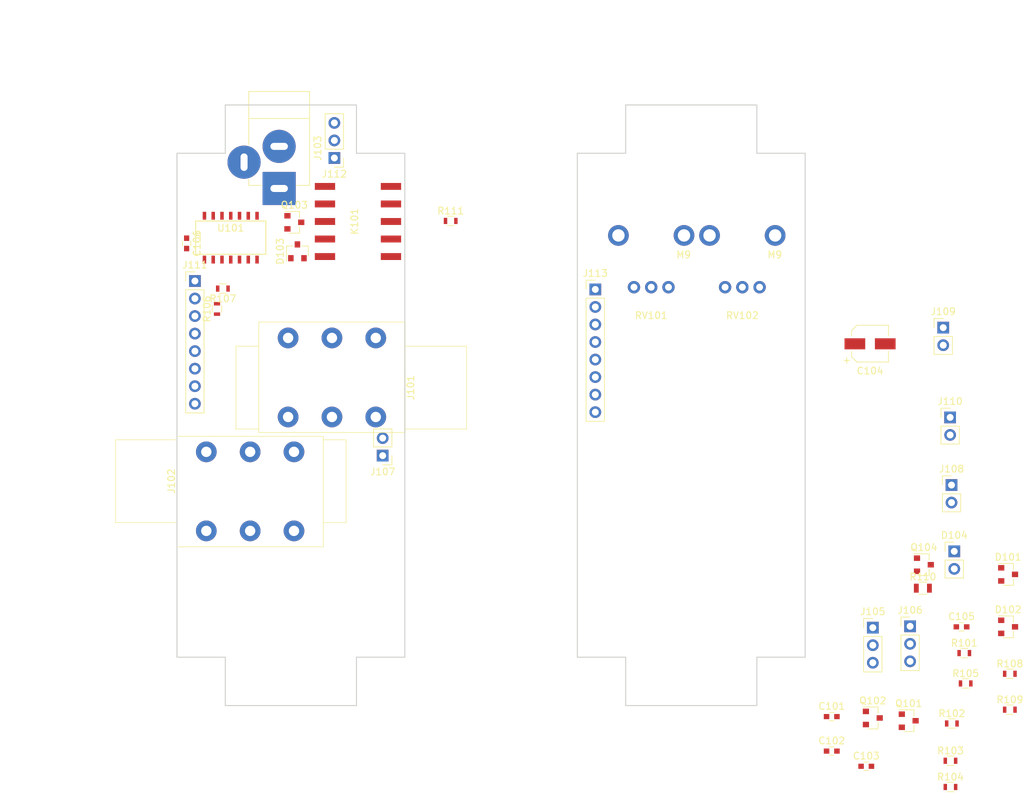
<source format=kicad_pcb>
(kicad_pcb (version 4) (host pcbnew 4.0.6)

  (general
    (links 85)
    (no_connects 85)
    (area 63.924999 45.924999 155.075001 133.075001)
    (thickness 1.6)
    (drawings 55)
    (tracks 0)
    (zones 0)
    (modules 41)
    (nets 35)
  )

  (page A4)
  (layers
    (0 F.Cu signal)
    (31 B.Cu signal)
    (32 B.Adhes user)
    (33 F.Adhes user)
    (34 B.Paste user)
    (35 F.Paste user)
    (36 B.SilkS user)
    (37 F.SilkS user)
    (38 B.Mask user)
    (39 F.Mask user)
    (40 Dwgs.User user)
    (41 Cmts.User user)
    (42 Eco1.User user)
    (43 Eco2.User user)
    (44 Edge.Cuts user)
    (45 Margin user)
    (46 B.CrtYd user)
    (47 F.CrtYd user)
    (48 B.Fab user)
    (49 F.Fab user)
  )

  (setup
    (last_trace_width 0.25)
    (trace_clearance 0.2)
    (zone_clearance 0.508)
    (zone_45_only no)
    (trace_min 0.2)
    (segment_width 0.2)
    (edge_width 0.15)
    (via_size 0.6)
    (via_drill 0.4)
    (via_min_size 0.4)
    (via_min_drill 0.3)
    (uvia_size 0.3)
    (uvia_drill 0.1)
    (uvias_allowed no)
    (uvia_min_size 0.2)
    (uvia_min_drill 0.1)
    (pcb_text_width 0.3)
    (pcb_text_size 1.5 1.5)
    (mod_edge_width 0.15)
    (mod_text_size 1 1)
    (mod_text_width 0.15)
    (pad_size 1.524 1.524)
    (pad_drill 0.762)
    (pad_to_mask_clearance 0.2)
    (aux_axis_origin 0 0)
    (visible_elements FFFFFF7F)
    (pcbplotparams
      (layerselection 0x00030_80000001)
      (usegerberextensions false)
      (excludeedgelayer true)
      (linewidth 0.100000)
      (plotframeref false)
      (viasonmask false)
      (mode 1)
      (useauxorigin false)
      (hpglpennumber 1)
      (hpglpenspeed 20)
      (hpglpendiameter 15)
      (hpglpenoverlay 2)
      (psnegative false)
      (psa4output false)
      (plotreference true)
      (plotvalue true)
      (plotinvisibletext false)
      (padsonsilk false)
      (subtractmaskfromsilk false)
      (outputformat 1)
      (mirror false)
      (drillshape 1)
      (scaleselection 1)
      (outputdirectory ""))
  )

  (net 0 "")
  (net 1 "Net-(C101-Pad2)")
  (net 2 "Net-(C101-Pad1)")
  (net 3 "Net-(C102-Pad2)")
  (net 4 "Net-(C102-Pad1)")
  (net 5 "Net-(C103-Pad2)")
  (net 6 /SW_DIODE_1B)
  (net 7 "Net-(C104-Pad1)")
  (net 8 GNDD)
  (net 9 /SW_DIODE_2B)
  (net 10 VSS)
  (net 11 VDD)
  (net 12 "Net-(D102-Pad1)")
  (net 13 "Net-(D103-Pad1)")
  (net 14 +BATT)
  (net 15 "Net-(D104-Pad1)")
  (net 16 "Net-(D104-Pad2)")
  (net 17 /AUDIO_IN)
  (net 18 /AUDIO_OUT)
  (net 19 "Net-(J107-Pad2)")
  (net 20 GND)
  (net 21 /FX_IN_A)
  (net 22 /SW_DIODE_1A)
  (net 23 /FX_OUT_A)
  (net 24 /SW_DIODE_2A)
  (net 25 /BYPASS_CMD)
  (net 26 VAA)
  (net 27 /FX_IN_B)
  (net 28 /FX_OUT_B)
  (net 29 /LED_CMD_B)
  (net 30 "Net-(K101-Pad2)")
  (net 31 "Net-(R101-Pad1)")
  (net 32 "Net-(R106-Pad2)")
  (net 33 "Net-(R109-Pad1)")
  (net 34 "Net-(U101-Pad2)")

  (net_class Default "Ceci est la Netclass par défaut"
    (clearance 0.2)
    (trace_width 0.25)
    (via_dia 0.6)
    (via_drill 0.4)
    (uvia_dia 0.3)
    (uvia_drill 0.1)
    (add_net +BATT)
    (add_net /AUDIO_IN)
    (add_net /AUDIO_OUT)
    (add_net /BYPASS_CMD)
    (add_net /FX_IN_A)
    (add_net /FX_IN_B)
    (add_net /FX_OUT_A)
    (add_net /FX_OUT_B)
    (add_net /LED_CMD_B)
    (add_net /SW_DIODE_1A)
    (add_net /SW_DIODE_1B)
    (add_net /SW_DIODE_2A)
    (add_net /SW_DIODE_2B)
    (add_net GND)
    (add_net GNDD)
    (add_net "Net-(C101-Pad1)")
    (add_net "Net-(C101-Pad2)")
    (add_net "Net-(C102-Pad1)")
    (add_net "Net-(C102-Pad2)")
    (add_net "Net-(C103-Pad2)")
    (add_net "Net-(C104-Pad1)")
    (add_net "Net-(D102-Pad1)")
    (add_net "Net-(D103-Pad1)")
    (add_net "Net-(D104-Pad1)")
    (add_net "Net-(D104-Pad2)")
    (add_net "Net-(J107-Pad2)")
    (add_net "Net-(K101-Pad2)")
    (add_net "Net-(R101-Pad1)")
    (add_net "Net-(R106-Pad2)")
    (add_net "Net-(R109-Pad1)")
    (add_net "Net-(U101-Pad2)")
    (add_net VAA)
    (add_net VDD)
    (add_net VSS)
  )

  (module Capacitors_SMD:C_0603 (layer F.Cu) (tedit 59958EE7) (tstamp 59A2A7FC)
    (at 158.85 134.6)
    (descr "Capacitor SMD 0603, reflow soldering, AVX (see smccp.pdf)")
    (tags "capacitor 0603")
    (path /599CAC3B)
    (attr smd)
    (fp_text reference C101 (at 0 -1.5) (layer F.SilkS)
      (effects (font (size 1 1) (thickness 0.15)))
    )
    (fp_text value 22n (at 0 1.5) (layer F.Fab)
      (effects (font (size 1 1) (thickness 0.15)))
    )
    (fp_line (start 1.4 0.65) (end -1.4 0.65) (layer F.CrtYd) (width 0.05))
    (fp_line (start 1.4 0.65) (end 1.4 -0.65) (layer F.CrtYd) (width 0.05))
    (fp_line (start -1.4 -0.65) (end -1.4 0.65) (layer F.CrtYd) (width 0.05))
    (fp_line (start -1.4 -0.65) (end 1.4 -0.65) (layer F.CrtYd) (width 0.05))
    (fp_line (start 0.35 0.6) (end -0.35 0.6) (layer F.SilkS) (width 0.12))
    (fp_line (start -0.35 -0.6) (end 0.35 -0.6) (layer F.SilkS) (width 0.12))
    (fp_line (start -0.8 -0.4) (end 0.8 -0.4) (layer F.Fab) (width 0.1))
    (fp_line (start 0.8 -0.4) (end 0.8 0.4) (layer F.Fab) (width 0.1))
    (fp_line (start 0.8 0.4) (end -0.8 0.4) (layer F.Fab) (width 0.1))
    (fp_line (start -0.8 0.4) (end -0.8 -0.4) (layer F.Fab) (width 0.1))
    (fp_text user %R (at 0 0) (layer F.Fab)
      (effects (font (size 0.3 0.3) (thickness 0.075)))
    )
    (pad 2 smd rect (at 0.75 0) (size 0.8 0.75) (layers F.Cu F.Paste F.Mask)
      (net 1 "Net-(C101-Pad2)"))
    (pad 1 smd rect (at -0.75 0) (size 0.8 0.75) (layers F.Cu F.Paste F.Mask)
      (net 2 "Net-(C101-Pad1)"))
    (model Capacitors_SMD.3dshapes/C_0603.wrl
      (at (xyz 0 0 0))
      (scale (xyz 1 1 1))
      (rotate (xyz 0 0 0))
    )
  )

  (module Capacitors_SMD:C_0603 (layer F.Cu) (tedit 59958EE7) (tstamp 59A2A802)
    (at 158.85 139.6)
    (descr "Capacitor SMD 0603, reflow soldering, AVX (see smccp.pdf)")
    (tags "capacitor 0603")
    (path /599CB1C4)
    (attr smd)
    (fp_text reference C102 (at 0 -1.5) (layer F.SilkS)
      (effects (font (size 1 1) (thickness 0.15)))
    )
    (fp_text value 47n (at 0 1.5) (layer F.Fab)
      (effects (font (size 1 1) (thickness 0.15)))
    )
    (fp_line (start 1.4 0.65) (end -1.4 0.65) (layer F.CrtYd) (width 0.05))
    (fp_line (start 1.4 0.65) (end 1.4 -0.65) (layer F.CrtYd) (width 0.05))
    (fp_line (start -1.4 -0.65) (end -1.4 0.65) (layer F.CrtYd) (width 0.05))
    (fp_line (start -1.4 -0.65) (end 1.4 -0.65) (layer F.CrtYd) (width 0.05))
    (fp_line (start 0.35 0.6) (end -0.35 0.6) (layer F.SilkS) (width 0.12))
    (fp_line (start -0.35 -0.6) (end 0.35 -0.6) (layer F.SilkS) (width 0.12))
    (fp_line (start -0.8 -0.4) (end 0.8 -0.4) (layer F.Fab) (width 0.1))
    (fp_line (start 0.8 -0.4) (end 0.8 0.4) (layer F.Fab) (width 0.1))
    (fp_line (start 0.8 0.4) (end -0.8 0.4) (layer F.Fab) (width 0.1))
    (fp_line (start -0.8 0.4) (end -0.8 -0.4) (layer F.Fab) (width 0.1))
    (fp_text user %R (at 0 0) (layer F.Fab)
      (effects (font (size 0.3 0.3) (thickness 0.075)))
    )
    (pad 2 smd rect (at 0.75 0) (size 0.8 0.75) (layers F.Cu F.Paste F.Mask)
      (net 3 "Net-(C102-Pad2)"))
    (pad 1 smd rect (at -0.75 0) (size 0.8 0.75) (layers F.Cu F.Paste F.Mask)
      (net 4 "Net-(C102-Pad1)"))
    (model Capacitors_SMD.3dshapes/C_0603.wrl
      (at (xyz 0 0 0))
      (scale (xyz 1 1 1))
      (rotate (xyz 0 0 0))
    )
  )

  (module Capacitors_SMD:C_0603 (layer F.Cu) (tedit 59958EE7) (tstamp 59A2A808)
    (at 163.85 141.8)
    (descr "Capacitor SMD 0603, reflow soldering, AVX (see smccp.pdf)")
    (tags "capacitor 0603")
    (path /599CB975)
    (attr smd)
    (fp_text reference C103 (at 0 -1.5) (layer F.SilkS)
      (effects (font (size 1 1) (thickness 0.15)))
    )
    (fp_text value 100n (at 0 1.5) (layer F.Fab)
      (effects (font (size 1 1) (thickness 0.15)))
    )
    (fp_line (start 1.4 0.65) (end -1.4 0.65) (layer F.CrtYd) (width 0.05))
    (fp_line (start 1.4 0.65) (end 1.4 -0.65) (layer F.CrtYd) (width 0.05))
    (fp_line (start -1.4 -0.65) (end -1.4 0.65) (layer F.CrtYd) (width 0.05))
    (fp_line (start -1.4 -0.65) (end 1.4 -0.65) (layer F.CrtYd) (width 0.05))
    (fp_line (start 0.35 0.6) (end -0.35 0.6) (layer F.SilkS) (width 0.12))
    (fp_line (start -0.35 -0.6) (end 0.35 -0.6) (layer F.SilkS) (width 0.12))
    (fp_line (start -0.8 -0.4) (end 0.8 -0.4) (layer F.Fab) (width 0.1))
    (fp_line (start 0.8 -0.4) (end 0.8 0.4) (layer F.Fab) (width 0.1))
    (fp_line (start 0.8 0.4) (end -0.8 0.4) (layer F.Fab) (width 0.1))
    (fp_line (start -0.8 0.4) (end -0.8 -0.4) (layer F.Fab) (width 0.1))
    (fp_text user %R (at 0 0) (layer F.Fab)
      (effects (font (size 0.3 0.3) (thickness 0.075)))
    )
    (pad 2 smd rect (at 0.75 0) (size 0.8 0.75) (layers F.Cu F.Paste F.Mask)
      (net 5 "Net-(C103-Pad2)"))
    (pad 1 smd rect (at -0.75 0) (size 0.8 0.75) (layers F.Cu F.Paste F.Mask)
      (net 6 /SW_DIODE_1B))
    (model Capacitors_SMD.3dshapes/C_0603.wrl
      (at (xyz 0 0 0))
      (scale (xyz 1 1 1))
      (rotate (xyz 0 0 0))
    )
  )

  (module Capacitors_SMD:CP_Elec_5x5.3 (layer F.Cu) (tedit 58AA8A8F) (tstamp 59A2A80E)
    (at 164.4 80.6)
    (descr "SMT capacitor, aluminium electrolytic, 5x5.3")
    (path /599CB428)
    (attr smd)
    (fp_text reference C104 (at 0 3.92) (layer F.SilkS)
      (effects (font (size 1 1) (thickness 0.15)))
    )
    (fp_text value 22u (at 0 -3.92) (layer F.Fab)
      (effects (font (size 1 1) (thickness 0.15)))
    )
    (fp_circle (center 0 0) (end 0.3 2.4) (layer F.Fab) (width 0.1))
    (fp_text user + (at -1.37 -0.08) (layer F.Fab)
      (effects (font (size 1 1) (thickness 0.15)))
    )
    (fp_text user + (at -3.38 2.34) (layer F.SilkS)
      (effects (font (size 1 1) (thickness 0.15)))
    )
    (fp_text user %R (at 0 3.92) (layer F.Fab)
      (effects (font (size 1 1) (thickness 0.15)))
    )
    (fp_line (start 2.51 2.49) (end 2.51 -2.54) (layer F.Fab) (width 0.1))
    (fp_line (start -1.84 2.49) (end 2.51 2.49) (layer F.Fab) (width 0.1))
    (fp_line (start -2.51 1.82) (end -1.84 2.49) (layer F.Fab) (width 0.1))
    (fp_line (start -2.51 -1.87) (end -2.51 1.82) (layer F.Fab) (width 0.1))
    (fp_line (start -1.84 -2.54) (end -2.51 -1.87) (layer F.Fab) (width 0.1))
    (fp_line (start 2.51 -2.54) (end -1.84 -2.54) (layer F.Fab) (width 0.1))
    (fp_line (start 2.67 -2.69) (end 2.67 -1.14) (layer F.SilkS) (width 0.12))
    (fp_line (start 2.67 2.64) (end 2.67 1.09) (layer F.SilkS) (width 0.12))
    (fp_line (start -2.67 1.88) (end -2.67 1.09) (layer F.SilkS) (width 0.12))
    (fp_line (start -2.67 -1.93) (end -2.67 -1.14) (layer F.SilkS) (width 0.12))
    (fp_line (start 2.67 -2.69) (end -1.91 -2.69) (layer F.SilkS) (width 0.12))
    (fp_line (start -1.91 -2.69) (end -2.67 -1.93) (layer F.SilkS) (width 0.12))
    (fp_line (start -2.67 1.88) (end -1.91 2.64) (layer F.SilkS) (width 0.12))
    (fp_line (start -1.91 2.64) (end 2.67 2.64) (layer F.SilkS) (width 0.12))
    (fp_line (start -3.95 -2.79) (end 3.95 -2.79) (layer F.CrtYd) (width 0.05))
    (fp_line (start -3.95 -2.79) (end -3.95 2.74) (layer F.CrtYd) (width 0.05))
    (fp_line (start 3.95 2.74) (end 3.95 -2.79) (layer F.CrtYd) (width 0.05))
    (fp_line (start 3.95 2.74) (end -3.95 2.74) (layer F.CrtYd) (width 0.05))
    (pad 1 smd rect (at -2.2 0 180) (size 3 1.6) (layers F.Cu F.Paste F.Mask)
      (net 7 "Net-(C104-Pad1)"))
    (pad 2 smd rect (at 2.2 0 180) (size 3 1.6) (layers F.Cu F.Paste F.Mask)
      (net 8 GNDD))
    (model Capacitors_SMD.3dshapes/CP_Elec_5x5.3.wrl
      (at (xyz 0 0 0))
      (scale (xyz 1 1 1))
      (rotate (xyz 0 0 180))
    )
  )

  (module Capacitors_SMD:C_0603 (layer F.Cu) (tedit 59958EE7) (tstamp 59A2A814)
    (at 177.65 121.6)
    (descr "Capacitor SMD 0603, reflow soldering, AVX (see smccp.pdf)")
    (tags "capacitor 0603")
    (path /599CC6FD)
    (attr smd)
    (fp_text reference C105 (at 0 -1.5) (layer F.SilkS)
      (effects (font (size 1 1) (thickness 0.15)))
    )
    (fp_text value 1n (at 0 1.5) (layer F.Fab)
      (effects (font (size 1 1) (thickness 0.15)))
    )
    (fp_line (start 1.4 0.65) (end -1.4 0.65) (layer F.CrtYd) (width 0.05))
    (fp_line (start 1.4 0.65) (end 1.4 -0.65) (layer F.CrtYd) (width 0.05))
    (fp_line (start -1.4 -0.65) (end -1.4 0.65) (layer F.CrtYd) (width 0.05))
    (fp_line (start -1.4 -0.65) (end 1.4 -0.65) (layer F.CrtYd) (width 0.05))
    (fp_line (start 0.35 0.6) (end -0.35 0.6) (layer F.SilkS) (width 0.12))
    (fp_line (start -0.35 -0.6) (end 0.35 -0.6) (layer F.SilkS) (width 0.12))
    (fp_line (start -0.8 -0.4) (end 0.8 -0.4) (layer F.Fab) (width 0.1))
    (fp_line (start 0.8 -0.4) (end 0.8 0.4) (layer F.Fab) (width 0.1))
    (fp_line (start 0.8 0.4) (end -0.8 0.4) (layer F.Fab) (width 0.1))
    (fp_line (start -0.8 0.4) (end -0.8 -0.4) (layer F.Fab) (width 0.1))
    (fp_text user %R (at 0 0) (layer F.Fab)
      (effects (font (size 0.3 0.3) (thickness 0.075)))
    )
    (pad 2 smd rect (at 0.75 0) (size 0.8 0.75) (layers F.Cu F.Paste F.Mask)
      (net 9 /SW_DIODE_2B))
    (pad 1 smd rect (at -0.75 0) (size 0.8 0.75) (layers F.Cu F.Paste F.Mask)
      (net 8 GNDD))
    (model Capacitors_SMD.3dshapes/C_0603.wrl
      (at (xyz 0 0 0))
      (scale (xyz 1 1 1))
      (rotate (xyz 0 0 0))
    )
  )

  (module Capacitors_SMD:C_0603 (layer F.Cu) (tedit 59958EE7) (tstamp 59A2A81A)
    (at 65.4 66.05 270)
    (descr "Capacitor SMD 0603, reflow soldering, AVX (see smccp.pdf)")
    (tags "capacitor 0603")
    (path /599C9FED)
    (attr smd)
    (fp_text reference C106 (at 0 -1.5 270) (layer F.SilkS)
      (effects (font (size 1 1) (thickness 0.15)))
    )
    (fp_text value 100n (at 0 1.5 270) (layer F.Fab)
      (effects (font (size 1 1) (thickness 0.15)))
    )
    (fp_line (start 1.4 0.65) (end -1.4 0.65) (layer F.CrtYd) (width 0.05))
    (fp_line (start 1.4 0.65) (end 1.4 -0.65) (layer F.CrtYd) (width 0.05))
    (fp_line (start -1.4 -0.65) (end -1.4 0.65) (layer F.CrtYd) (width 0.05))
    (fp_line (start -1.4 -0.65) (end 1.4 -0.65) (layer F.CrtYd) (width 0.05))
    (fp_line (start 0.35 0.6) (end -0.35 0.6) (layer F.SilkS) (width 0.12))
    (fp_line (start -0.35 -0.6) (end 0.35 -0.6) (layer F.SilkS) (width 0.12))
    (fp_line (start -0.8 -0.4) (end 0.8 -0.4) (layer F.Fab) (width 0.1))
    (fp_line (start 0.8 -0.4) (end 0.8 0.4) (layer F.Fab) (width 0.1))
    (fp_line (start 0.8 0.4) (end -0.8 0.4) (layer F.Fab) (width 0.1))
    (fp_line (start -0.8 0.4) (end -0.8 -0.4) (layer F.Fab) (width 0.1))
    (fp_text user %R (at 0 0 270) (layer F.Fab)
      (effects (font (size 0.3 0.3) (thickness 0.075)))
    )
    (pad 2 smd rect (at 0.75 0 270) (size 0.8 0.75) (layers F.Cu F.Paste F.Mask)
      (net 10 VSS))
    (pad 1 smd rect (at -0.75 0 270) (size 0.8 0.75) (layers F.Cu F.Paste F.Mask)
      (net 11 VDD))
    (model Capacitors_SMD.3dshapes/C_0603.wrl
      (at (xyz 0 0 0))
      (scale (xyz 1 1 1))
      (rotate (xyz 0 0 0))
    )
  )

  (module TO_SOT_Packages_SMD:SOT-23 (layer F.Cu) (tedit 58CE4E7E) (tstamp 59A2A821)
    (at 184.4 114)
    (descr "SOT-23, Standard")
    (tags SOT-23)
    (path /599CBCEC)
    (attr smd)
    (fp_text reference D101 (at 0 -2.5) (layer F.SilkS)
      (effects (font (size 1 1) (thickness 0.15)))
    )
    (fp_text value D (at 0 2.5) (layer F.Fab)
      (effects (font (size 1 1) (thickness 0.15)))
    )
    (fp_text user %R (at 0 0 90) (layer F.Fab)
      (effects (font (size 0.5 0.5) (thickness 0.075)))
    )
    (fp_line (start -0.7 -0.95) (end -0.7 1.5) (layer F.Fab) (width 0.1))
    (fp_line (start -0.15 -1.52) (end 0.7 -1.52) (layer F.Fab) (width 0.1))
    (fp_line (start -0.7 -0.95) (end -0.15 -1.52) (layer F.Fab) (width 0.1))
    (fp_line (start 0.7 -1.52) (end 0.7 1.52) (layer F.Fab) (width 0.1))
    (fp_line (start -0.7 1.52) (end 0.7 1.52) (layer F.Fab) (width 0.1))
    (fp_line (start 0.76 1.58) (end 0.76 0.65) (layer F.SilkS) (width 0.12))
    (fp_line (start 0.76 -1.58) (end 0.76 -0.65) (layer F.SilkS) (width 0.12))
    (fp_line (start -1.7 -1.75) (end 1.7 -1.75) (layer F.CrtYd) (width 0.05))
    (fp_line (start 1.7 -1.75) (end 1.7 1.75) (layer F.CrtYd) (width 0.05))
    (fp_line (start 1.7 1.75) (end -1.7 1.75) (layer F.CrtYd) (width 0.05))
    (fp_line (start -1.7 1.75) (end -1.7 -1.75) (layer F.CrtYd) (width 0.05))
    (fp_line (start 0.76 -1.58) (end -1.4 -1.58) (layer F.SilkS) (width 0.12))
    (fp_line (start 0.76 1.58) (end -0.7 1.58) (layer F.SilkS) (width 0.12))
    (pad 1 smd rect (at -1 -0.95) (size 0.9 0.8) (layers F.Cu F.Paste F.Mask)
      (net 9 /SW_DIODE_2B))
    (pad 2 smd rect (at -1 0.95) (size 0.9 0.8) (layers F.Cu F.Paste F.Mask)
      (net 8 GNDD))
    (pad 3 smd rect (at 1 0) (size 0.9 0.8) (layers F.Cu F.Paste F.Mask))
    (model ${KISYS3DMOD}/TO_SOT_Packages_SMD.3dshapes/SOT-23.wrl
      (at (xyz 0 0 0))
      (scale (xyz 1 1 1))
      (rotate (xyz 0 0 0))
    )
  )

  (module TO_SOT_Packages_SMD:SOT-23 (layer F.Cu) (tedit 58CE4E7E) (tstamp 59A2A828)
    (at 184.4 121.6)
    (descr "SOT-23, Standard")
    (tags SOT-23)
    (path /599CC492)
    (attr smd)
    (fp_text reference D102 (at 0 -2.5) (layer F.SilkS)
      (effects (font (size 1 1) (thickness 0.15)))
    )
    (fp_text value D (at 0 2.5) (layer F.Fab)
      (effects (font (size 1 1) (thickness 0.15)))
    )
    (fp_text user %R (at 0 0 90) (layer F.Fab)
      (effects (font (size 0.5 0.5) (thickness 0.075)))
    )
    (fp_line (start -0.7 -0.95) (end -0.7 1.5) (layer F.Fab) (width 0.1))
    (fp_line (start -0.15 -1.52) (end 0.7 -1.52) (layer F.Fab) (width 0.1))
    (fp_line (start -0.7 -0.95) (end -0.15 -1.52) (layer F.Fab) (width 0.1))
    (fp_line (start 0.7 -1.52) (end 0.7 1.52) (layer F.Fab) (width 0.1))
    (fp_line (start -0.7 1.52) (end 0.7 1.52) (layer F.Fab) (width 0.1))
    (fp_line (start 0.76 1.58) (end 0.76 0.65) (layer F.SilkS) (width 0.12))
    (fp_line (start 0.76 -1.58) (end 0.76 -0.65) (layer F.SilkS) (width 0.12))
    (fp_line (start -1.7 -1.75) (end 1.7 -1.75) (layer F.CrtYd) (width 0.05))
    (fp_line (start 1.7 -1.75) (end 1.7 1.75) (layer F.CrtYd) (width 0.05))
    (fp_line (start 1.7 1.75) (end -1.7 1.75) (layer F.CrtYd) (width 0.05))
    (fp_line (start -1.7 1.75) (end -1.7 -1.75) (layer F.CrtYd) (width 0.05))
    (fp_line (start 0.76 -1.58) (end -1.4 -1.58) (layer F.SilkS) (width 0.12))
    (fp_line (start 0.76 1.58) (end -0.7 1.58) (layer F.SilkS) (width 0.12))
    (pad 1 smd rect (at -1 -0.95) (size 0.9 0.8) (layers F.Cu F.Paste F.Mask)
      (net 12 "Net-(D102-Pad1)"))
    (pad 2 smd rect (at -1 0.95) (size 0.9 0.8) (layers F.Cu F.Paste F.Mask)
      (net 9 /SW_DIODE_2B))
    (pad 3 smd rect (at 1 0) (size 0.9 0.8) (layers F.Cu F.Paste F.Mask))
    (model ${KISYS3DMOD}/TO_SOT_Packages_SMD.3dshapes/SOT-23.wrl
      (at (xyz 0 0 0))
      (scale (xyz 1 1 1))
      (rotate (xyz 0 0 0))
    )
  )

  (module TO_SOT_Packages_SMD:SOT-23 (layer F.Cu) (tedit 58CE4E7E) (tstamp 59A2A82F)
    (at 81.45 67.2 90)
    (descr "SOT-23, Standard")
    (tags SOT-23)
    (path /599C9A07)
    (attr smd)
    (fp_text reference D103 (at 0 -2.5 90) (layer F.SilkS)
      (effects (font (size 1 1) (thickness 0.15)))
    )
    (fp_text value BAS21 (at 0 2.5 90) (layer F.Fab)
      (effects (font (size 1 1) (thickness 0.15)))
    )
    (fp_text user %R (at 0 0 180) (layer F.Fab)
      (effects (font (size 0.5 0.5) (thickness 0.075)))
    )
    (fp_line (start -0.7 -0.95) (end -0.7 1.5) (layer F.Fab) (width 0.1))
    (fp_line (start -0.15 -1.52) (end 0.7 -1.52) (layer F.Fab) (width 0.1))
    (fp_line (start -0.7 -0.95) (end -0.15 -1.52) (layer F.Fab) (width 0.1))
    (fp_line (start 0.7 -1.52) (end 0.7 1.52) (layer F.Fab) (width 0.1))
    (fp_line (start -0.7 1.52) (end 0.7 1.52) (layer F.Fab) (width 0.1))
    (fp_line (start 0.76 1.58) (end 0.76 0.65) (layer F.SilkS) (width 0.12))
    (fp_line (start 0.76 -1.58) (end 0.76 -0.65) (layer F.SilkS) (width 0.12))
    (fp_line (start -1.7 -1.75) (end 1.7 -1.75) (layer F.CrtYd) (width 0.05))
    (fp_line (start 1.7 -1.75) (end 1.7 1.75) (layer F.CrtYd) (width 0.05))
    (fp_line (start 1.7 1.75) (end -1.7 1.75) (layer F.CrtYd) (width 0.05))
    (fp_line (start -1.7 1.75) (end -1.7 -1.75) (layer F.CrtYd) (width 0.05))
    (fp_line (start 0.76 -1.58) (end -1.4 -1.58) (layer F.SilkS) (width 0.12))
    (fp_line (start 0.76 1.58) (end -0.7 1.58) (layer F.SilkS) (width 0.12))
    (pad 1 smd rect (at -1 -0.95 90) (size 0.9 0.8) (layers F.Cu F.Paste F.Mask)
      (net 13 "Net-(D103-Pad1)"))
    (pad 2 smd rect (at -1 0.95 90) (size 0.9 0.8) (layers F.Cu F.Paste F.Mask))
    (pad 3 smd rect (at 1 0 90) (size 0.9 0.8) (layers F.Cu F.Paste F.Mask)
      (net 14 +BATT))
    (model ${KISYS3DMOD}/TO_SOT_Packages_SMD.3dshapes/SOT-23.wrl
      (at (xyz 0 0 0))
      (scale (xyz 1 1 1))
      (rotate (xyz 0 0 0))
    )
  )

  (module Pin_Headers:Pin_Header_Straight_1x02_Pitch2.54mm (layer F.Cu) (tedit 59650532) (tstamp 59A2A835)
    (at 176.6 110.66)
    (descr "Through hole straight pin header, 1x02, 2.54mm pitch, single row")
    (tags "Through hole pin header THT 1x02 2.54mm single row")
    (path /599D0F11)
    (fp_text reference D104 (at 0 -2.33) (layer F.SilkS)
      (effects (font (size 1 1) (thickness 0.15)))
    )
    (fp_text value LED (at 0 4.87) (layer F.Fab)
      (effects (font (size 1 1) (thickness 0.15)))
    )
    (fp_line (start -0.635 -1.27) (end 1.27 -1.27) (layer F.Fab) (width 0.1))
    (fp_line (start 1.27 -1.27) (end 1.27 3.81) (layer F.Fab) (width 0.1))
    (fp_line (start 1.27 3.81) (end -1.27 3.81) (layer F.Fab) (width 0.1))
    (fp_line (start -1.27 3.81) (end -1.27 -0.635) (layer F.Fab) (width 0.1))
    (fp_line (start -1.27 -0.635) (end -0.635 -1.27) (layer F.Fab) (width 0.1))
    (fp_line (start -1.33 3.87) (end 1.33 3.87) (layer F.SilkS) (width 0.12))
    (fp_line (start -1.33 1.27) (end -1.33 3.87) (layer F.SilkS) (width 0.12))
    (fp_line (start 1.33 1.27) (end 1.33 3.87) (layer F.SilkS) (width 0.12))
    (fp_line (start -1.33 1.27) (end 1.33 1.27) (layer F.SilkS) (width 0.12))
    (fp_line (start -1.33 0) (end -1.33 -1.33) (layer F.SilkS) (width 0.12))
    (fp_line (start -1.33 -1.33) (end 0 -1.33) (layer F.SilkS) (width 0.12))
    (fp_line (start -1.8 -1.8) (end -1.8 4.35) (layer F.CrtYd) (width 0.05))
    (fp_line (start -1.8 4.35) (end 1.8 4.35) (layer F.CrtYd) (width 0.05))
    (fp_line (start 1.8 4.35) (end 1.8 -1.8) (layer F.CrtYd) (width 0.05))
    (fp_line (start 1.8 -1.8) (end -1.8 -1.8) (layer F.CrtYd) (width 0.05))
    (fp_text user %R (at 0 1.27 90) (layer F.Fab)
      (effects (font (size 1 1) (thickness 0.15)))
    )
    (pad 1 thru_hole rect (at 0 0) (size 1.7 1.7) (drill 1) (layers *.Cu *.Mask)
      (net 15 "Net-(D104-Pad1)"))
    (pad 2 thru_hole oval (at 0 2.54) (size 1.7 1.7) (drill 1) (layers *.Cu *.Mask)
      (net 16 "Net-(D104-Pad2)"))
    (model ${KISYS3DMOD}/Pin_Headers.3dshapes/Pin_Header_Straight_1x02_Pitch2.54mm.wrl
      (at (xyz 0 0 0))
      (scale (xyz 1 1 1))
      (rotate (xyz 0 0 0))
    )
  )

  (module Connect:JACK_ALIM (layer F.Cu) (tedit 587FEAEC) (tstamp 59A2A850)
    (at 78.8 58.1 270)
    (descr "module 1 pin (ou trou mecanique de percage)")
    (tags "CONN JACK")
    (path /599CA1FA)
    (fp_text reference J103 (at -5.84 -5.59 270) (layer F.SilkS)
      (effects (font (size 1 1) (thickness 0.15)))
    )
    (fp_text value CONN_PSU (at -11.18 5.59 270) (layer F.Fab)
      (effects (font (size 1 1) (thickness 0.15)))
    )
    (fp_line (start -10.15 -4.4) (end -10.15 4.4) (layer F.SilkS) (width 0.12))
    (fp_line (start -6.35 4.4) (end -14.05 4.4) (layer F.SilkS) (width 0.12))
    (fp_line (start -14.05 4.4) (end -14.05 -4.4) (layer F.SilkS) (width 0.12))
    (fp_line (start -14.05 -4.4) (end -13.85 -4.4) (layer F.SilkS) (width 0.12))
    (fp_line (start -0.45 2.55) (end -0.45 4.4) (layer F.SilkS) (width 0.12))
    (fp_line (start -0.45 4.4) (end -1.3 4.4) (layer F.SilkS) (width 0.12))
    (fp_line (start -13.95 -4.4) (end -0.45 -4.4) (layer F.SilkS) (width 0.12))
    (fp_line (start -0.45 -4.4) (end -0.45 -2.55) (layer F.SilkS) (width 0.12))
    (fp_line (start -13.21 -4.32) (end -13.97 -4.32) (layer F.Fab) (width 0.1))
    (fp_line (start -13.97 -4.32) (end -13.97 4.32) (layer F.Fab) (width 0.1))
    (fp_line (start -13.97 4.32) (end -13.21 4.32) (layer F.Fab) (width 0.1))
    (fp_line (start -10.16 -4.32) (end -10.16 4.32) (layer F.Fab) (width 0.1))
    (fp_line (start -0.51 -4.32) (end -0.51 4.32) (layer F.Fab) (width 0.1))
    (fp_line (start -13.21 4.32) (end -0.51 4.32) (layer F.Fab) (width 0.1))
    (fp_line (start -13.21 -4.32) (end -0.51 -4.32) (layer F.Fab) (width 0.1))
    (fp_line (start -14.22 -4.57) (end 2.65 -4.57) (layer F.CrtYd) (width 0.05))
    (fp_line (start -14.22 -4.57) (end -14.22 7.73) (layer F.CrtYd) (width 0.05))
    (fp_line (start 2.65 7.73) (end 2.65 -4.57) (layer F.CrtYd) (width 0.05))
    (fp_line (start 2.65 7.73) (end -14.22 7.73) (layer F.CrtYd) (width 0.05))
    (pad 2 thru_hole circle (at -6.1 0 270) (size 4.8 4.8) (drill oval 1.02 2.54) (layers *.Cu *.Mask)
      (net 11 VDD))
    (pad 1 thru_hole rect (at 0 0 270) (size 4.8 4.8) (drill oval 1.02 2.54) (layers *.Cu *.Mask)
      (net 10 VSS))
    (pad 3 thru_hole circle (at -3.81 5.08 270) (size 4.8 4.8) (drill oval 2.54 1.02) (layers *.Cu *.Mask)
      (net 14 +BATT))
    (model ${KISYS3DMOD}/Connectors.3dshapes/JACK_ALIM.wrl
      (at (xyz -0.24 0 0))
      (scale (xyz 0.8 0.8 0.8))
      (rotate (xyz 0 0 0))
    )
  )

  (module Pin_Headers:Pin_Header_Straight_1x03_Pitch2.54mm (layer F.Cu) (tedit 59650532) (tstamp 59A2A85D)
    (at 164.8 121.72)
    (descr "Through hole straight pin header, 1x03, 2.54mm pitch, single row")
    (tags "Through hole pin header THT 1x03 2.54mm single row")
    (path /599CB760)
    (fp_text reference J105 (at 0 -2.33) (layer F.SilkS)
      (effects (font (size 1 1) (thickness 0.15)))
    )
    (fp_text value PNP (at 0 7.41) (layer F.Fab)
      (effects (font (size 1 1) (thickness 0.15)))
    )
    (fp_line (start -0.635 -1.27) (end 1.27 -1.27) (layer F.Fab) (width 0.1))
    (fp_line (start 1.27 -1.27) (end 1.27 6.35) (layer F.Fab) (width 0.1))
    (fp_line (start 1.27 6.35) (end -1.27 6.35) (layer F.Fab) (width 0.1))
    (fp_line (start -1.27 6.35) (end -1.27 -0.635) (layer F.Fab) (width 0.1))
    (fp_line (start -1.27 -0.635) (end -0.635 -1.27) (layer F.Fab) (width 0.1))
    (fp_line (start -1.33 6.41) (end 1.33 6.41) (layer F.SilkS) (width 0.12))
    (fp_line (start -1.33 1.27) (end -1.33 6.41) (layer F.SilkS) (width 0.12))
    (fp_line (start 1.33 1.27) (end 1.33 6.41) (layer F.SilkS) (width 0.12))
    (fp_line (start -1.33 1.27) (end 1.33 1.27) (layer F.SilkS) (width 0.12))
    (fp_line (start -1.33 0) (end -1.33 -1.33) (layer F.SilkS) (width 0.12))
    (fp_line (start -1.33 -1.33) (end 0 -1.33) (layer F.SilkS) (width 0.12))
    (fp_line (start -1.8 -1.8) (end -1.8 6.85) (layer F.CrtYd) (width 0.05))
    (fp_line (start -1.8 6.85) (end 1.8 6.85) (layer F.CrtYd) (width 0.05))
    (fp_line (start 1.8 6.85) (end 1.8 -1.8) (layer F.CrtYd) (width 0.05))
    (fp_line (start 1.8 -1.8) (end -1.8 -1.8) (layer F.CrtYd) (width 0.05))
    (fp_text user %R (at 0 2.54 90) (layer F.Fab)
      (effects (font (size 1 1) (thickness 0.15)))
    )
    (pad 1 thru_hole rect (at 0 0) (size 1.7 1.7) (drill 1) (layers *.Cu *.Mask)
      (net 7 "Net-(C104-Pad1)"))
    (pad 2 thru_hole oval (at 0 2.54) (size 1.7 1.7) (drill 1) (layers *.Cu *.Mask)
      (net 2 "Net-(C101-Pad1)"))
    (pad 3 thru_hole oval (at 0 5.08) (size 1.7 1.7) (drill 1) (layers *.Cu *.Mask)
      (net 4 "Net-(C102-Pad1)"))
    (model ${KISYS3DMOD}/Pin_Headers.3dshapes/Pin_Header_Straight_1x03_Pitch2.54mm.wrl
      (at (xyz 0 0 0))
      (scale (xyz 1 1 1))
      (rotate (xyz 0 0 0))
    )
  )

  (module Pin_Headers:Pin_Header_Straight_1x03_Pitch2.54mm (layer F.Cu) (tedit 59650532) (tstamp 59A2A864)
    (at 170.2 121.52)
    (descr "Through hole straight pin header, 1x03, 2.54mm pitch, single row")
    (tags "Through hole pin header THT 1x03 2.54mm single row")
    (path /599CB6E5)
    (fp_text reference J106 (at 0 -2.33) (layer F.SilkS)
      (effects (font (size 1 1) (thickness 0.15)))
    )
    (fp_text value NPN (at 0 7.41) (layer F.Fab)
      (effects (font (size 1 1) (thickness 0.15)))
    )
    (fp_line (start -0.635 -1.27) (end 1.27 -1.27) (layer F.Fab) (width 0.1))
    (fp_line (start 1.27 -1.27) (end 1.27 6.35) (layer F.Fab) (width 0.1))
    (fp_line (start 1.27 6.35) (end -1.27 6.35) (layer F.Fab) (width 0.1))
    (fp_line (start -1.27 6.35) (end -1.27 -0.635) (layer F.Fab) (width 0.1))
    (fp_line (start -1.27 -0.635) (end -0.635 -1.27) (layer F.Fab) (width 0.1))
    (fp_line (start -1.33 6.41) (end 1.33 6.41) (layer F.SilkS) (width 0.12))
    (fp_line (start -1.33 1.27) (end -1.33 6.41) (layer F.SilkS) (width 0.12))
    (fp_line (start 1.33 1.27) (end 1.33 6.41) (layer F.SilkS) (width 0.12))
    (fp_line (start -1.33 1.27) (end 1.33 1.27) (layer F.SilkS) (width 0.12))
    (fp_line (start -1.33 0) (end -1.33 -1.33) (layer F.SilkS) (width 0.12))
    (fp_line (start -1.33 -1.33) (end 0 -1.33) (layer F.SilkS) (width 0.12))
    (fp_line (start -1.8 -1.8) (end -1.8 6.85) (layer F.CrtYd) (width 0.05))
    (fp_line (start -1.8 6.85) (end 1.8 6.85) (layer F.CrtYd) (width 0.05))
    (fp_line (start 1.8 6.85) (end 1.8 -1.8) (layer F.CrtYd) (width 0.05))
    (fp_line (start 1.8 -1.8) (end -1.8 -1.8) (layer F.CrtYd) (width 0.05))
    (fp_text user %R (at 0 2.54 90) (layer F.Fab)
      (effects (font (size 1 1) (thickness 0.15)))
    )
    (pad 1 thru_hole rect (at 0 0) (size 1.7 1.7) (drill 1) (layers *.Cu *.Mask)
      (net 5 "Net-(C103-Pad2)"))
    (pad 2 thru_hole oval (at 0 2.54) (size 1.7 1.7) (drill 1) (layers *.Cu *.Mask)
      (net 3 "Net-(C102-Pad2)"))
    (pad 3 thru_hole oval (at 0 5.08) (size 1.7 1.7) (drill 1) (layers *.Cu *.Mask)
      (net 7 "Net-(C104-Pad1)"))
    (model ${KISYS3DMOD}/Pin_Headers.3dshapes/Pin_Header_Straight_1x03_Pitch2.54mm.wrl
      (at (xyz 0 0 0))
      (scale (xyz 1 1 1))
      (rotate (xyz 0 0 0))
    )
  )

  (module Pin_Headers:Pin_Header_Straight_1x02_Pitch2.54mm (layer F.Cu) (tedit 59650532) (tstamp 59A2A86A)
    (at 93.8 96.8 180)
    (descr "Through hole straight pin header, 1x02, 2.54mm pitch, single row")
    (tags "Through hole pin header THT 1x02 2.54mm single row")
    (path /599CA183)
    (fp_text reference J107 (at 0 -2.33 180) (layer F.SilkS)
      (effects (font (size 1 1) (thickness 0.15)))
    )
    (fp_text value SW_BYPASS (at 0 4.87 180) (layer F.Fab)
      (effects (font (size 1 1) (thickness 0.15)))
    )
    (fp_line (start -0.635 -1.27) (end 1.27 -1.27) (layer F.Fab) (width 0.1))
    (fp_line (start 1.27 -1.27) (end 1.27 3.81) (layer F.Fab) (width 0.1))
    (fp_line (start 1.27 3.81) (end -1.27 3.81) (layer F.Fab) (width 0.1))
    (fp_line (start -1.27 3.81) (end -1.27 -0.635) (layer F.Fab) (width 0.1))
    (fp_line (start -1.27 -0.635) (end -0.635 -1.27) (layer F.Fab) (width 0.1))
    (fp_line (start -1.33 3.87) (end 1.33 3.87) (layer F.SilkS) (width 0.12))
    (fp_line (start -1.33 1.27) (end -1.33 3.87) (layer F.SilkS) (width 0.12))
    (fp_line (start 1.33 1.27) (end 1.33 3.87) (layer F.SilkS) (width 0.12))
    (fp_line (start -1.33 1.27) (end 1.33 1.27) (layer F.SilkS) (width 0.12))
    (fp_line (start -1.33 0) (end -1.33 -1.33) (layer F.SilkS) (width 0.12))
    (fp_line (start -1.33 -1.33) (end 0 -1.33) (layer F.SilkS) (width 0.12))
    (fp_line (start -1.8 -1.8) (end -1.8 4.35) (layer F.CrtYd) (width 0.05))
    (fp_line (start -1.8 4.35) (end 1.8 4.35) (layer F.CrtYd) (width 0.05))
    (fp_line (start 1.8 4.35) (end 1.8 -1.8) (layer F.CrtYd) (width 0.05))
    (fp_line (start 1.8 -1.8) (end -1.8 -1.8) (layer F.CrtYd) (width 0.05))
    (fp_text user %R (at 0 1.27 270) (layer F.Fab)
      (effects (font (size 1 1) (thickness 0.15)))
    )
    (pad 1 thru_hole rect (at 0 0 180) (size 1.7 1.7) (drill 1) (layers *.Cu *.Mask)
      (net 11 VDD))
    (pad 2 thru_hole oval (at 0 2.54 180) (size 1.7 1.7) (drill 1) (layers *.Cu *.Mask)
      (net 19 "Net-(J107-Pad2)"))
    (model ${KISYS3DMOD}/Pin_Headers.3dshapes/Pin_Header_Straight_1x02_Pitch2.54mm.wrl
      (at (xyz 0 0 0))
      (scale (xyz 1 1 1))
      (rotate (xyz 0 0 0))
    )
  )

  (module Pin_Headers:Pin_Header_Straight_1x02_Pitch2.54mm (layer F.Cu) (tedit 59650532) (tstamp 59A2A870)
    (at 176.2 101.06)
    (descr "Through hole straight pin header, 1x02, 2.54mm pitch, single row")
    (tags "Through hole pin header THT 1x02 2.54mm single row")
    (path /599CC14E)
    (fp_text reference J108 (at 0 -2.33) (layer F.SilkS)
      (effects (font (size 1 1) (thickness 0.15)))
    )
    (fp_text value DIODE1 (at 0 4.87) (layer F.Fab)
      (effects (font (size 1 1) (thickness 0.15)))
    )
    (fp_line (start -0.635 -1.27) (end 1.27 -1.27) (layer F.Fab) (width 0.1))
    (fp_line (start 1.27 -1.27) (end 1.27 3.81) (layer F.Fab) (width 0.1))
    (fp_line (start 1.27 3.81) (end -1.27 3.81) (layer F.Fab) (width 0.1))
    (fp_line (start -1.27 3.81) (end -1.27 -0.635) (layer F.Fab) (width 0.1))
    (fp_line (start -1.27 -0.635) (end -0.635 -1.27) (layer F.Fab) (width 0.1))
    (fp_line (start -1.33 3.87) (end 1.33 3.87) (layer F.SilkS) (width 0.12))
    (fp_line (start -1.33 1.27) (end -1.33 3.87) (layer F.SilkS) (width 0.12))
    (fp_line (start 1.33 1.27) (end 1.33 3.87) (layer F.SilkS) (width 0.12))
    (fp_line (start -1.33 1.27) (end 1.33 1.27) (layer F.SilkS) (width 0.12))
    (fp_line (start -1.33 0) (end -1.33 -1.33) (layer F.SilkS) (width 0.12))
    (fp_line (start -1.33 -1.33) (end 0 -1.33) (layer F.SilkS) (width 0.12))
    (fp_line (start -1.8 -1.8) (end -1.8 4.35) (layer F.CrtYd) (width 0.05))
    (fp_line (start -1.8 4.35) (end 1.8 4.35) (layer F.CrtYd) (width 0.05))
    (fp_line (start 1.8 4.35) (end 1.8 -1.8) (layer F.CrtYd) (width 0.05))
    (fp_line (start 1.8 -1.8) (end -1.8 -1.8) (layer F.CrtYd) (width 0.05))
    (fp_text user %R (at 0 1.27 90) (layer F.Fab)
      (effects (font (size 1 1) (thickness 0.15)))
    )
    (pad 1 thru_hole rect (at 0 0) (size 1.7 1.7) (drill 1) (layers *.Cu *.Mask)
      (net 9 /SW_DIODE_2B))
    (pad 2 thru_hole oval (at 0 2.54) (size 1.7 1.7) (drill 1) (layers *.Cu *.Mask)
      (net 8 GNDD))
    (model ${KISYS3DMOD}/Pin_Headers.3dshapes/Pin_Header_Straight_1x02_Pitch2.54mm.wrl
      (at (xyz 0 0 0))
      (scale (xyz 1 1 1))
      (rotate (xyz 0 0 0))
    )
  )

  (module Pin_Headers:Pin_Header_Straight_1x02_Pitch2.54mm (layer F.Cu) (tedit 59650532) (tstamp 59A2A876)
    (at 175 78.26)
    (descr "Through hole straight pin header, 1x02, 2.54mm pitch, single row")
    (tags "Through hole pin header THT 1x02 2.54mm single row")
    (path /599D80DD)
    (fp_text reference J109 (at 0 -2.33) (layer F.SilkS)
      (effects (font (size 1 1) (thickness 0.15)))
    )
    (fp_text value SW_DIODE (at 0 4.87) (layer F.Fab)
      (effects (font (size 1 1) (thickness 0.15)))
    )
    (fp_line (start -0.635 -1.27) (end 1.27 -1.27) (layer F.Fab) (width 0.1))
    (fp_line (start 1.27 -1.27) (end 1.27 3.81) (layer F.Fab) (width 0.1))
    (fp_line (start 1.27 3.81) (end -1.27 3.81) (layer F.Fab) (width 0.1))
    (fp_line (start -1.27 3.81) (end -1.27 -0.635) (layer F.Fab) (width 0.1))
    (fp_line (start -1.27 -0.635) (end -0.635 -1.27) (layer F.Fab) (width 0.1))
    (fp_line (start -1.33 3.87) (end 1.33 3.87) (layer F.SilkS) (width 0.12))
    (fp_line (start -1.33 1.27) (end -1.33 3.87) (layer F.SilkS) (width 0.12))
    (fp_line (start 1.33 1.27) (end 1.33 3.87) (layer F.SilkS) (width 0.12))
    (fp_line (start -1.33 1.27) (end 1.33 1.27) (layer F.SilkS) (width 0.12))
    (fp_line (start -1.33 0) (end -1.33 -1.33) (layer F.SilkS) (width 0.12))
    (fp_line (start -1.33 -1.33) (end 0 -1.33) (layer F.SilkS) (width 0.12))
    (fp_line (start -1.8 -1.8) (end -1.8 4.35) (layer F.CrtYd) (width 0.05))
    (fp_line (start -1.8 4.35) (end 1.8 4.35) (layer F.CrtYd) (width 0.05))
    (fp_line (start 1.8 4.35) (end 1.8 -1.8) (layer F.CrtYd) (width 0.05))
    (fp_line (start 1.8 -1.8) (end -1.8 -1.8) (layer F.CrtYd) (width 0.05))
    (fp_text user %R (at 0 1.27 90) (layer F.Fab)
      (effects (font (size 1 1) (thickness 0.15)))
    )
    (pad 1 thru_hole rect (at 0 0) (size 1.7 1.7) (drill 1) (layers *.Cu *.Mask)
      (net 6 /SW_DIODE_1B))
    (pad 2 thru_hole oval (at 0 2.54) (size 1.7 1.7) (drill 1) (layers *.Cu *.Mask)
      (net 9 /SW_DIODE_2B))
    (model ${KISYS3DMOD}/Pin_Headers.3dshapes/Pin_Header_Straight_1x02_Pitch2.54mm.wrl
      (at (xyz 0 0 0))
      (scale (xyz 1 1 1))
      (rotate (xyz 0 0 0))
    )
  )

  (module Pin_Headers:Pin_Header_Straight_1x02_Pitch2.54mm (layer F.Cu) (tedit 59650532) (tstamp 59A2A87C)
    (at 176 91.26)
    (descr "Through hole straight pin header, 1x02, 2.54mm pitch, single row")
    (tags "Through hole pin header THT 1x02 2.54mm single row")
    (path /599CC5B8)
    (fp_text reference J110 (at 0 -2.33) (layer F.SilkS)
      (effects (font (size 1 1) (thickness 0.15)))
    )
    (fp_text value DIODE2 (at 0 4.87) (layer F.Fab)
      (effects (font (size 1 1) (thickness 0.15)))
    )
    (fp_line (start -0.635 -1.27) (end 1.27 -1.27) (layer F.Fab) (width 0.1))
    (fp_line (start 1.27 -1.27) (end 1.27 3.81) (layer F.Fab) (width 0.1))
    (fp_line (start 1.27 3.81) (end -1.27 3.81) (layer F.Fab) (width 0.1))
    (fp_line (start -1.27 3.81) (end -1.27 -0.635) (layer F.Fab) (width 0.1))
    (fp_line (start -1.27 -0.635) (end -0.635 -1.27) (layer F.Fab) (width 0.1))
    (fp_line (start -1.33 3.87) (end 1.33 3.87) (layer F.SilkS) (width 0.12))
    (fp_line (start -1.33 1.27) (end -1.33 3.87) (layer F.SilkS) (width 0.12))
    (fp_line (start 1.33 1.27) (end 1.33 3.87) (layer F.SilkS) (width 0.12))
    (fp_line (start -1.33 1.27) (end 1.33 1.27) (layer F.SilkS) (width 0.12))
    (fp_line (start -1.33 0) (end -1.33 -1.33) (layer F.SilkS) (width 0.12))
    (fp_line (start -1.33 -1.33) (end 0 -1.33) (layer F.SilkS) (width 0.12))
    (fp_line (start -1.8 -1.8) (end -1.8 4.35) (layer F.CrtYd) (width 0.05))
    (fp_line (start -1.8 4.35) (end 1.8 4.35) (layer F.CrtYd) (width 0.05))
    (fp_line (start 1.8 4.35) (end 1.8 -1.8) (layer F.CrtYd) (width 0.05))
    (fp_line (start 1.8 -1.8) (end -1.8 -1.8) (layer F.CrtYd) (width 0.05))
    (fp_text user %R (at 0 1.27 90) (layer F.Fab)
      (effects (font (size 1 1) (thickness 0.15)))
    )
    (pad 1 thru_hole rect (at 0 0) (size 1.7 1.7) (drill 1) (layers *.Cu *.Mask)
      (net 9 /SW_DIODE_2B))
    (pad 2 thru_hole oval (at 0 2.54) (size 1.7 1.7) (drill 1) (layers *.Cu *.Mask)
      (net 12 "Net-(D102-Pad1)"))
    (model ${KISYS3DMOD}/Pin_Headers.3dshapes/Pin_Header_Straight_1x02_Pitch2.54mm.wrl
      (at (xyz 0 0 0))
      (scale (xyz 1 1 1))
      (rotate (xyz 0 0 0))
    )
  )

  (module Pin_Headers:Pin_Header_Straight_1x08_Pitch2.54mm (layer F.Cu) (tedit 59650532) (tstamp 59A2A888)
    (at 66.6 71.5)
    (descr "Through hole straight pin header, 1x08, 2.54mm pitch, single row")
    (tags "Through hole pin header THT 1x08 2.54mm single row")
    (path /599CA674)
    (fp_text reference J111 (at 0 -2.33) (layer F.SilkS)
      (effects (font (size 1 1) (thickness 0.15)))
    )
    (fp_text value CONN_CONN_BOARD (at 0 20.11) (layer F.Fab)
      (effects (font (size 1 1) (thickness 0.15)))
    )
    (fp_line (start -0.635 -1.27) (end 1.27 -1.27) (layer F.Fab) (width 0.1))
    (fp_line (start 1.27 -1.27) (end 1.27 19.05) (layer F.Fab) (width 0.1))
    (fp_line (start 1.27 19.05) (end -1.27 19.05) (layer F.Fab) (width 0.1))
    (fp_line (start -1.27 19.05) (end -1.27 -0.635) (layer F.Fab) (width 0.1))
    (fp_line (start -1.27 -0.635) (end -0.635 -1.27) (layer F.Fab) (width 0.1))
    (fp_line (start -1.33 19.11) (end 1.33 19.11) (layer F.SilkS) (width 0.12))
    (fp_line (start -1.33 1.27) (end -1.33 19.11) (layer F.SilkS) (width 0.12))
    (fp_line (start 1.33 1.27) (end 1.33 19.11) (layer F.SilkS) (width 0.12))
    (fp_line (start -1.33 1.27) (end 1.33 1.27) (layer F.SilkS) (width 0.12))
    (fp_line (start -1.33 0) (end -1.33 -1.33) (layer F.SilkS) (width 0.12))
    (fp_line (start -1.33 -1.33) (end 0 -1.33) (layer F.SilkS) (width 0.12))
    (fp_line (start -1.8 -1.8) (end -1.8 19.55) (layer F.CrtYd) (width 0.05))
    (fp_line (start -1.8 19.55) (end 1.8 19.55) (layer F.CrtYd) (width 0.05))
    (fp_line (start 1.8 19.55) (end 1.8 -1.8) (layer F.CrtYd) (width 0.05))
    (fp_line (start 1.8 -1.8) (end -1.8 -1.8) (layer F.CrtYd) (width 0.05))
    (fp_text user %R (at 0 8.89 90) (layer F.Fab)
      (effects (font (size 1 1) (thickness 0.15)))
    )
    (pad 1 thru_hole rect (at 0 0) (size 1.7 1.7) (drill 1) (layers *.Cu *.Mask)
      (net 11 VDD))
    (pad 2 thru_hole oval (at 0 2.54) (size 1.7 1.7) (drill 1) (layers *.Cu *.Mask)
      (net 20 GND))
    (pad 3 thru_hole oval (at 0 5.08) (size 1.7 1.7) (drill 1) (layers *.Cu *.Mask)
      (net 21 /FX_IN_A))
    (pad 4 thru_hole oval (at 0 7.62) (size 1.7 1.7) (drill 1) (layers *.Cu *.Mask)
      (net 22 /SW_DIODE_1A))
    (pad 5 thru_hole oval (at 0 10.16) (size 1.7 1.7) (drill 1) (layers *.Cu *.Mask)
      (net 23 /FX_OUT_A))
    (pad 6 thru_hole oval (at 0 12.7) (size 1.7 1.7) (drill 1) (layers *.Cu *.Mask)
      (net 24 /SW_DIODE_2A))
    (pad 7 thru_hole oval (at 0 15.24) (size 1.7 1.7) (drill 1) (layers *.Cu *.Mask)
      (net 20 GND))
    (pad 8 thru_hole oval (at 0 17.78) (size 1.7 1.7) (drill 1) (layers *.Cu *.Mask)
      (net 25 /BYPASS_CMD))
    (model ${KISYS3DMOD}/Pin_Headers.3dshapes/Pin_Header_Straight_1x08_Pitch2.54mm.wrl
      (at (xyz 0 0 0))
      (scale (xyz 1 1 1))
      (rotate (xyz 0 0 0))
    )
  )

  (module Pin_Headers:Pin_Header_Straight_1x03_Pitch2.54mm (layer F.Cu) (tedit 59650532) (tstamp 59A2A88F)
    (at 86.8 53.68 180)
    (descr "Through hole straight pin header, 1x03, 2.54mm pitch, single row")
    (tags "Through hole pin header THT 1x03 2.54mm single row")
    (path /599E0F67)
    (fp_text reference J112 (at 0 -2.33 180) (layer F.SilkS)
      (effects (font (size 1 1) (thickness 0.15)))
    )
    (fp_text value SW_DIODE (at 0 7.41 180) (layer F.Fab)
      (effects (font (size 1 1) (thickness 0.15)))
    )
    (fp_line (start -0.635 -1.27) (end 1.27 -1.27) (layer F.Fab) (width 0.1))
    (fp_line (start 1.27 -1.27) (end 1.27 6.35) (layer F.Fab) (width 0.1))
    (fp_line (start 1.27 6.35) (end -1.27 6.35) (layer F.Fab) (width 0.1))
    (fp_line (start -1.27 6.35) (end -1.27 -0.635) (layer F.Fab) (width 0.1))
    (fp_line (start -1.27 -0.635) (end -0.635 -1.27) (layer F.Fab) (width 0.1))
    (fp_line (start -1.33 6.41) (end 1.33 6.41) (layer F.SilkS) (width 0.12))
    (fp_line (start -1.33 1.27) (end -1.33 6.41) (layer F.SilkS) (width 0.12))
    (fp_line (start 1.33 1.27) (end 1.33 6.41) (layer F.SilkS) (width 0.12))
    (fp_line (start -1.33 1.27) (end 1.33 1.27) (layer F.SilkS) (width 0.12))
    (fp_line (start -1.33 0) (end -1.33 -1.33) (layer F.SilkS) (width 0.12))
    (fp_line (start -1.33 -1.33) (end 0 -1.33) (layer F.SilkS) (width 0.12))
    (fp_line (start -1.8 -1.8) (end -1.8 6.85) (layer F.CrtYd) (width 0.05))
    (fp_line (start -1.8 6.85) (end 1.8 6.85) (layer F.CrtYd) (width 0.05))
    (fp_line (start 1.8 6.85) (end 1.8 -1.8) (layer F.CrtYd) (width 0.05))
    (fp_line (start 1.8 -1.8) (end -1.8 -1.8) (layer F.CrtYd) (width 0.05))
    (fp_text user %R (at 0 2.54 270) (layer F.Fab)
      (effects (font (size 1 1) (thickness 0.15)))
    )
    (pad 1 thru_hole rect (at 0 0 180) (size 1.7 1.7) (drill 1) (layers *.Cu *.Mask)
      (net 22 /SW_DIODE_1A))
    (pad 2 thru_hole oval (at 0 2.54 180) (size 1.7 1.7) (drill 1) (layers *.Cu *.Mask)
      (net 24 /SW_DIODE_2A))
    (pad 3 thru_hole oval (at 0 5.08 180) (size 1.7 1.7) (drill 1) (layers *.Cu *.Mask))
    (model ${KISYS3DMOD}/Pin_Headers.3dshapes/Pin_Header_Straight_1x03_Pitch2.54mm.wrl
      (at (xyz 0 0 0))
      (scale (xyz 1 1 1))
      (rotate (xyz 0 0 0))
    )
  )

  (module Pin_Headers:Pin_Header_Straight_1x08_Pitch2.54mm (layer F.Cu) (tedit 59650532) (tstamp 59A2A89B)
    (at 124.6 72.72)
    (descr "Through hole straight pin header, 1x08, 2.54mm pitch, single row")
    (tags "Through hole pin header THT 1x08 2.54mm single row")
    (path /599CA9F3)
    (fp_text reference J113 (at 0 -2.33) (layer F.SilkS)
      (effects (font (size 1 1) (thickness 0.15)))
    )
    (fp_text value CONN_CIRCUIT_BOARD (at 0 20.11) (layer F.Fab)
      (effects (font (size 1 1) (thickness 0.15)))
    )
    (fp_line (start -0.635 -1.27) (end 1.27 -1.27) (layer F.Fab) (width 0.1))
    (fp_line (start 1.27 -1.27) (end 1.27 19.05) (layer F.Fab) (width 0.1))
    (fp_line (start 1.27 19.05) (end -1.27 19.05) (layer F.Fab) (width 0.1))
    (fp_line (start -1.27 19.05) (end -1.27 -0.635) (layer F.Fab) (width 0.1))
    (fp_line (start -1.27 -0.635) (end -0.635 -1.27) (layer F.Fab) (width 0.1))
    (fp_line (start -1.33 19.11) (end 1.33 19.11) (layer F.SilkS) (width 0.12))
    (fp_line (start -1.33 1.27) (end -1.33 19.11) (layer F.SilkS) (width 0.12))
    (fp_line (start 1.33 1.27) (end 1.33 19.11) (layer F.SilkS) (width 0.12))
    (fp_line (start -1.33 1.27) (end 1.33 1.27) (layer F.SilkS) (width 0.12))
    (fp_line (start -1.33 0) (end -1.33 -1.33) (layer F.SilkS) (width 0.12))
    (fp_line (start -1.33 -1.33) (end 0 -1.33) (layer F.SilkS) (width 0.12))
    (fp_line (start -1.8 -1.8) (end -1.8 19.55) (layer F.CrtYd) (width 0.05))
    (fp_line (start -1.8 19.55) (end 1.8 19.55) (layer F.CrtYd) (width 0.05))
    (fp_line (start 1.8 19.55) (end 1.8 -1.8) (layer F.CrtYd) (width 0.05))
    (fp_line (start 1.8 -1.8) (end -1.8 -1.8) (layer F.CrtYd) (width 0.05))
    (fp_text user %R (at 0 8.89 90) (layer F.Fab)
      (effects (font (size 1 1) (thickness 0.15)))
    )
    (pad 1 thru_hole rect (at 0 0) (size 1.7 1.7) (drill 1) (layers *.Cu *.Mask)
      (net 26 VAA))
    (pad 2 thru_hole oval (at 0 2.54) (size 1.7 1.7) (drill 1) (layers *.Cu *.Mask)
      (net 8 GNDD))
    (pad 3 thru_hole oval (at 0 5.08) (size 1.7 1.7) (drill 1) (layers *.Cu *.Mask)
      (net 27 /FX_IN_B))
    (pad 4 thru_hole oval (at 0 7.62) (size 1.7 1.7) (drill 1) (layers *.Cu *.Mask)
      (net 6 /SW_DIODE_1B))
    (pad 5 thru_hole oval (at 0 10.16) (size 1.7 1.7) (drill 1) (layers *.Cu *.Mask)
      (net 28 /FX_OUT_B))
    (pad 6 thru_hole oval (at 0 12.7) (size 1.7 1.7) (drill 1) (layers *.Cu *.Mask)
      (net 9 /SW_DIODE_2B))
    (pad 7 thru_hole oval (at 0 15.24) (size 1.7 1.7) (drill 1) (layers *.Cu *.Mask)
      (net 8 GNDD))
    (pad 8 thru_hole oval (at 0 17.78) (size 1.7 1.7) (drill 1) (layers *.Cu *.Mask)
      (net 29 /LED_CMD_B))
    (model ${KISYS3DMOD}/Pin_Headers.3dshapes/Pin_Header_Straight_1x08_Pitch2.54mm.wrl
      (at (xyz 0 0 0))
      (scale (xyz 1 1 1))
      (rotate (xyz 0 0 0))
    )
  )

  (module flax_lib:TQ2SA (layer F.Cu) (tedit 59A29EF1) (tstamp 59A2A8AD)
    (at 90.22 62.88 270)
    (path /59A2BB41)
    (fp_text reference K101 (at 0 0.5 270) (layer F.SilkS)
      (effects (font (size 1 1) (thickness 0.15)))
    )
    (fp_text value TQ2SA-5V (at 0 -0.5 270) (layer F.Fab)
      (effects (font (size 1 1) (thickness 0.15)))
    )
    (fp_line (start -7 4.5) (end -7 -4.5) (layer F.CrtYd) (width 0.1))
    (fp_line (start 7 4.5) (end -7 4.5) (layer F.CrtYd) (width 0.1))
    (fp_line (start 7 -4.5) (end 7 4.5) (layer F.CrtYd) (width 0.1))
    (fp_line (start -7 -4.5) (end 7 -4.5) (layer F.CrtYd) (width 0.1))
    (pad 1 smd rect (at -5.08 -4.78 270) (size 1 2.94) (layers F.Cu F.Paste F.Mask)
      (net 14 +BATT))
    (pad 2 smd rect (at -2.54 -4.78 270) (size 1 2.94) (layers F.Cu F.Paste F.Mask)
      (net 30 "Net-(K101-Pad2)"))
    (pad 3 smd rect (at 0 -4.78 270) (size 1 2.94) (layers F.Cu F.Paste F.Mask)
      (net 18 /AUDIO_OUT))
    (pad 4 smd rect (at 2.54 -4.78 270) (size 1 2.94) (layers F.Cu F.Paste F.Mask)
      (net 23 /FX_OUT_A))
    (pad 5 smd rect (at 5.08 -4.78 270) (size 1 2.94) (layers F.Cu F.Paste F.Mask))
    (pad 6 smd rect (at 5.08 4.78 270) (size 1 2.94) (layers F.Cu F.Paste F.Mask))
    (pad 7 smd rect (at 2.54 4.78 270) (size 1 2.94) (layers F.Cu F.Paste F.Mask)
      (net 21 /FX_IN_A))
    (pad 8 smd rect (at 0 4.78 270) (size 1 2.94) (layers F.Cu F.Paste F.Mask)
      (net 17 /AUDIO_IN))
    (pad 9 smd rect (at -2.54 4.78 270) (size 1 2.94) (layers F.Cu F.Paste F.Mask)
      (net 30 "Net-(K101-Pad2)"))
    (pad 10 smd rect (at -5.08 4.78 270) (size 1 2.94) (layers F.Cu F.Paste F.Mask)
      (net 13 "Net-(D103-Pad1)"))
  )

  (module TO_SOT_Packages_SMD:SOT-23 (layer F.Cu) (tedit 58CE4E7E) (tstamp 59A2A8B4)
    (at 170 135.2)
    (descr "SOT-23, Standard")
    (tags SOT-23)
    (path /599CB4FB)
    (attr smd)
    (fp_text reference Q101 (at 0 -2.5) (layer F.SilkS)
      (effects (font (size 1 1) (thickness 0.15)))
    )
    (fp_text value BC850 (at 0 2.5) (layer F.Fab)
      (effects (font (size 1 1) (thickness 0.15)))
    )
    (fp_text user %R (at 0 0 90) (layer F.Fab)
      (effects (font (size 0.5 0.5) (thickness 0.075)))
    )
    (fp_line (start -0.7 -0.95) (end -0.7 1.5) (layer F.Fab) (width 0.1))
    (fp_line (start -0.15 -1.52) (end 0.7 -1.52) (layer F.Fab) (width 0.1))
    (fp_line (start -0.7 -0.95) (end -0.15 -1.52) (layer F.Fab) (width 0.1))
    (fp_line (start 0.7 -1.52) (end 0.7 1.52) (layer F.Fab) (width 0.1))
    (fp_line (start -0.7 1.52) (end 0.7 1.52) (layer F.Fab) (width 0.1))
    (fp_line (start 0.76 1.58) (end 0.76 0.65) (layer F.SilkS) (width 0.12))
    (fp_line (start 0.76 -1.58) (end 0.76 -0.65) (layer F.SilkS) (width 0.12))
    (fp_line (start -1.7 -1.75) (end 1.7 -1.75) (layer F.CrtYd) (width 0.05))
    (fp_line (start 1.7 -1.75) (end 1.7 1.75) (layer F.CrtYd) (width 0.05))
    (fp_line (start 1.7 1.75) (end -1.7 1.75) (layer F.CrtYd) (width 0.05))
    (fp_line (start -1.7 1.75) (end -1.7 -1.75) (layer F.CrtYd) (width 0.05))
    (fp_line (start 0.76 -1.58) (end -1.4 -1.58) (layer F.SilkS) (width 0.12))
    (fp_line (start 0.76 1.58) (end -0.7 1.58) (layer F.SilkS) (width 0.12))
    (pad 1 smd rect (at -1 -0.95) (size 0.9 0.8) (layers F.Cu F.Paste F.Mask)
      (net 3 "Net-(C102-Pad2)"))
    (pad 2 smd rect (at -1 0.95) (size 0.9 0.8) (layers F.Cu F.Paste F.Mask)
      (net 7 "Net-(C104-Pad1)"))
    (pad 3 smd rect (at 1 0) (size 0.9 0.8) (layers F.Cu F.Paste F.Mask)
      (net 5 "Net-(C103-Pad2)"))
    (model ${KISYS3DMOD}/TO_SOT_Packages_SMD.3dshapes/SOT-23.wrl
      (at (xyz 0 0 0))
      (scale (xyz 1 1 1))
      (rotate (xyz 0 0 0))
    )
  )

  (module TO_SOT_Packages_SMD:SOT-23 (layer F.Cu) (tedit 58CE4E7E) (tstamp 59A2A8BB)
    (at 164.8 134.8)
    (descr "SOT-23, Standard")
    (tags SOT-23)
    (path /599CB59E)
    (attr smd)
    (fp_text reference Q102 (at 0 -2.5) (layer F.SilkS)
      (effects (font (size 1 1) (thickness 0.15)))
    )
    (fp_text value BC856 (at 0 2.5) (layer F.Fab)
      (effects (font (size 1 1) (thickness 0.15)))
    )
    (fp_text user %R (at 0 0 90) (layer F.Fab)
      (effects (font (size 0.5 0.5) (thickness 0.075)))
    )
    (fp_line (start -0.7 -0.95) (end -0.7 1.5) (layer F.Fab) (width 0.1))
    (fp_line (start -0.15 -1.52) (end 0.7 -1.52) (layer F.Fab) (width 0.1))
    (fp_line (start -0.7 -0.95) (end -0.15 -1.52) (layer F.Fab) (width 0.1))
    (fp_line (start 0.7 -1.52) (end 0.7 1.52) (layer F.Fab) (width 0.1))
    (fp_line (start -0.7 1.52) (end 0.7 1.52) (layer F.Fab) (width 0.1))
    (fp_line (start 0.76 1.58) (end 0.76 0.65) (layer F.SilkS) (width 0.12))
    (fp_line (start 0.76 -1.58) (end 0.76 -0.65) (layer F.SilkS) (width 0.12))
    (fp_line (start -1.7 -1.75) (end 1.7 -1.75) (layer F.CrtYd) (width 0.05))
    (fp_line (start 1.7 -1.75) (end 1.7 1.75) (layer F.CrtYd) (width 0.05))
    (fp_line (start 1.7 1.75) (end -1.7 1.75) (layer F.CrtYd) (width 0.05))
    (fp_line (start -1.7 1.75) (end -1.7 -1.75) (layer F.CrtYd) (width 0.05))
    (fp_line (start 0.76 -1.58) (end -1.4 -1.58) (layer F.SilkS) (width 0.12))
    (fp_line (start 0.76 1.58) (end -0.7 1.58) (layer F.SilkS) (width 0.12))
    (pad 1 smd rect (at -1 -0.95) (size 0.9 0.8) (layers F.Cu F.Paste F.Mask)
      (net 2 "Net-(C101-Pad1)"))
    (pad 2 smd rect (at -1 0.95) (size 0.9 0.8) (layers F.Cu F.Paste F.Mask)
      (net 7 "Net-(C104-Pad1)"))
    (pad 3 smd rect (at 1 0) (size 0.9 0.8) (layers F.Cu F.Paste F.Mask)
      (net 4 "Net-(C102-Pad1)"))
    (model ${KISYS3DMOD}/TO_SOT_Packages_SMD.3dshapes/SOT-23.wrl
      (at (xyz 0 0 0))
      (scale (xyz 1 1 1))
      (rotate (xyz 0 0 0))
    )
  )

  (module TO_SOT_Packages_SMD:SOT-23 (layer F.Cu) (tedit 58CE4E7E) (tstamp 59A2A8C2)
    (at 81 63)
    (descr "SOT-23, Standard")
    (tags SOT-23)
    (path /599C9C32)
    (attr smd)
    (fp_text reference Q103 (at 0 -2.5) (layer F.SilkS)
      (effects (font (size 1 1) (thickness 0.15)))
    )
    (fp_text value DTC123Y (at 0 2.5) (layer F.Fab)
      (effects (font (size 1 1) (thickness 0.15)))
    )
    (fp_text user %R (at 0 0 90) (layer F.Fab)
      (effects (font (size 0.5 0.5) (thickness 0.075)))
    )
    (fp_line (start -0.7 -0.95) (end -0.7 1.5) (layer F.Fab) (width 0.1))
    (fp_line (start -0.15 -1.52) (end 0.7 -1.52) (layer F.Fab) (width 0.1))
    (fp_line (start -0.7 -0.95) (end -0.15 -1.52) (layer F.Fab) (width 0.1))
    (fp_line (start 0.7 -1.52) (end 0.7 1.52) (layer F.Fab) (width 0.1))
    (fp_line (start -0.7 1.52) (end 0.7 1.52) (layer F.Fab) (width 0.1))
    (fp_line (start 0.76 1.58) (end 0.76 0.65) (layer F.SilkS) (width 0.12))
    (fp_line (start 0.76 -1.58) (end 0.76 -0.65) (layer F.SilkS) (width 0.12))
    (fp_line (start -1.7 -1.75) (end 1.7 -1.75) (layer F.CrtYd) (width 0.05))
    (fp_line (start 1.7 -1.75) (end 1.7 1.75) (layer F.CrtYd) (width 0.05))
    (fp_line (start 1.7 1.75) (end -1.7 1.75) (layer F.CrtYd) (width 0.05))
    (fp_line (start -1.7 1.75) (end -1.7 -1.75) (layer F.CrtYd) (width 0.05))
    (fp_line (start 0.76 -1.58) (end -1.4 -1.58) (layer F.SilkS) (width 0.12))
    (fp_line (start 0.76 1.58) (end -0.7 1.58) (layer F.SilkS) (width 0.12))
    (pad 1 smd rect (at -1 -0.95) (size 0.9 0.8) (layers F.Cu F.Paste F.Mask)
      (net 25 /BYPASS_CMD))
    (pad 2 smd rect (at -1 0.95) (size 0.9 0.8) (layers F.Cu F.Paste F.Mask)
      (net 10 VSS))
    (pad 3 smd rect (at 1 0) (size 0.9 0.8) (layers F.Cu F.Paste F.Mask)
      (net 13 "Net-(D103-Pad1)"))
    (model ${KISYS3DMOD}/TO_SOT_Packages_SMD.3dshapes/SOT-23.wrl
      (at (xyz 0 0 0))
      (scale (xyz 1 1 1))
      (rotate (xyz 0 0 0))
    )
  )

  (module TO_SOT_Packages_SMD:SOT-23 (layer F.Cu) (tedit 58CE4E7E) (tstamp 59A2A8C9)
    (at 172.2 112.6)
    (descr "SOT-23, Standard")
    (tags SOT-23)
    (path /599D1420)
    (attr smd)
    (fp_text reference Q104 (at 0 -2.5) (layer F.SilkS)
      (effects (font (size 1 1) (thickness 0.15)))
    )
    (fp_text value DTC123Y (at 0 2.5) (layer F.Fab)
      (effects (font (size 1 1) (thickness 0.15)))
    )
    (fp_text user %R (at 0 0 90) (layer F.Fab)
      (effects (font (size 0.5 0.5) (thickness 0.075)))
    )
    (fp_line (start -0.7 -0.95) (end -0.7 1.5) (layer F.Fab) (width 0.1))
    (fp_line (start -0.15 -1.52) (end 0.7 -1.52) (layer F.Fab) (width 0.1))
    (fp_line (start -0.7 -0.95) (end -0.15 -1.52) (layer F.Fab) (width 0.1))
    (fp_line (start 0.7 -1.52) (end 0.7 1.52) (layer F.Fab) (width 0.1))
    (fp_line (start -0.7 1.52) (end 0.7 1.52) (layer F.Fab) (width 0.1))
    (fp_line (start 0.76 1.58) (end 0.76 0.65) (layer F.SilkS) (width 0.12))
    (fp_line (start 0.76 -1.58) (end 0.76 -0.65) (layer F.SilkS) (width 0.12))
    (fp_line (start -1.7 -1.75) (end 1.7 -1.75) (layer F.CrtYd) (width 0.05))
    (fp_line (start 1.7 -1.75) (end 1.7 1.75) (layer F.CrtYd) (width 0.05))
    (fp_line (start 1.7 1.75) (end -1.7 1.75) (layer F.CrtYd) (width 0.05))
    (fp_line (start -1.7 1.75) (end -1.7 -1.75) (layer F.CrtYd) (width 0.05))
    (fp_line (start 0.76 -1.58) (end -1.4 -1.58) (layer F.SilkS) (width 0.12))
    (fp_line (start 0.76 1.58) (end -0.7 1.58) (layer F.SilkS) (width 0.12))
    (pad 1 smd rect (at -1 -0.95) (size 0.9 0.8) (layers F.Cu F.Paste F.Mask)
      (net 29 /LED_CMD_B))
    (pad 2 smd rect (at -1 0.95) (size 0.9 0.8) (layers F.Cu F.Paste F.Mask)
      (net 8 GNDD))
    (pad 3 smd rect (at 1 0) (size 0.9 0.8) (layers F.Cu F.Paste F.Mask)
      (net 15 "Net-(D104-Pad1)"))
    (model ${KISYS3DMOD}/TO_SOT_Packages_SMD.3dshapes/SOT-23.wrl
      (at (xyz 0 0 0))
      (scale (xyz 1 1 1))
      (rotate (xyz 0 0 0))
    )
  )

  (module Resistors_SMD:R_0603 (layer F.Cu) (tedit 58E0A804) (tstamp 59A2A8CF)
    (at 178.05 125.4)
    (descr "Resistor SMD 0603, reflow soldering, Vishay (see dcrcw.pdf)")
    (tags "resistor 0603")
    (path /599CAF10)
    (attr smd)
    (fp_text reference R101 (at 0 -1.45) (layer F.SilkS)
      (effects (font (size 1 1) (thickness 0.15)))
    )
    (fp_text value 1k (at 0 1.5) (layer F.Fab)
      (effects (font (size 1 1) (thickness 0.15)))
    )
    (fp_text user %R (at 0 0) (layer F.Fab)
      (effects (font (size 0.4 0.4) (thickness 0.075)))
    )
    (fp_line (start -0.8 0.4) (end -0.8 -0.4) (layer F.Fab) (width 0.1))
    (fp_line (start 0.8 0.4) (end -0.8 0.4) (layer F.Fab) (width 0.1))
    (fp_line (start 0.8 -0.4) (end 0.8 0.4) (layer F.Fab) (width 0.1))
    (fp_line (start -0.8 -0.4) (end 0.8 -0.4) (layer F.Fab) (width 0.1))
    (fp_line (start 0.5 0.68) (end -0.5 0.68) (layer F.SilkS) (width 0.12))
    (fp_line (start -0.5 -0.68) (end 0.5 -0.68) (layer F.SilkS) (width 0.12))
    (fp_line (start -1.25 -0.7) (end 1.25 -0.7) (layer F.CrtYd) (width 0.05))
    (fp_line (start -1.25 -0.7) (end -1.25 0.7) (layer F.CrtYd) (width 0.05))
    (fp_line (start 1.25 0.7) (end 1.25 -0.7) (layer F.CrtYd) (width 0.05))
    (fp_line (start 1.25 0.7) (end -1.25 0.7) (layer F.CrtYd) (width 0.05))
    (pad 1 smd rect (at -0.75 0) (size 0.5 0.9) (layers F.Cu F.Paste F.Mask)
      (net 31 "Net-(R101-Pad1)"))
    (pad 2 smd rect (at 0.75 0) (size 0.5 0.9) (layers F.Cu F.Paste F.Mask)
      (net 8 GNDD))
    (model ${KISYS3DMOD}/Resistors_SMD.3dshapes/R_0603.wrl
      (at (xyz 0 0 0))
      (scale (xyz 1 1 1))
      (rotate (xyz 0 0 0))
    )
  )

  (module Resistors_SMD:R_0603 (layer F.Cu) (tedit 58E0A804) (tstamp 59A2A8D5)
    (at 176.25 135.6)
    (descr "Resistor SMD 0603, reflow soldering, Vishay (see dcrcw.pdf)")
    (tags "resistor 0603")
    (path /599CADB6)
    (attr smd)
    (fp_text reference R102 (at 0 -1.45) (layer F.SilkS)
      (effects (font (size 1 1) (thickness 0.15)))
    )
    (fp_text value 1M (at 0 1.5) (layer F.Fab)
      (effects (font (size 1 1) (thickness 0.15)))
    )
    (fp_text user %R (at 0 0) (layer F.Fab)
      (effects (font (size 0.4 0.4) (thickness 0.075)))
    )
    (fp_line (start -0.8 0.4) (end -0.8 -0.4) (layer F.Fab) (width 0.1))
    (fp_line (start 0.8 0.4) (end -0.8 0.4) (layer F.Fab) (width 0.1))
    (fp_line (start 0.8 -0.4) (end 0.8 0.4) (layer F.Fab) (width 0.1))
    (fp_line (start -0.8 -0.4) (end 0.8 -0.4) (layer F.Fab) (width 0.1))
    (fp_line (start 0.5 0.68) (end -0.5 0.68) (layer F.SilkS) (width 0.12))
    (fp_line (start -0.5 -0.68) (end 0.5 -0.68) (layer F.SilkS) (width 0.12))
    (fp_line (start -1.25 -0.7) (end 1.25 -0.7) (layer F.CrtYd) (width 0.05))
    (fp_line (start -1.25 -0.7) (end -1.25 0.7) (layer F.CrtYd) (width 0.05))
    (fp_line (start 1.25 0.7) (end 1.25 -0.7) (layer F.CrtYd) (width 0.05))
    (fp_line (start 1.25 0.7) (end -1.25 0.7) (layer F.CrtYd) (width 0.05))
    (pad 1 smd rect (at -0.75 0) (size 0.5 0.9) (layers F.Cu F.Paste F.Mask)
      (net 4 "Net-(C102-Pad1)"))
    (pad 2 smd rect (at 0.75 0) (size 0.5 0.9) (layers F.Cu F.Paste F.Mask)
      (net 2 "Net-(C101-Pad1)"))
    (model ${KISYS3DMOD}/Resistors_SMD.3dshapes/R_0603.wrl
      (at (xyz 0 0 0))
      (scale (xyz 1 1 1))
      (rotate (xyz 0 0 0))
    )
  )

  (module Resistors_SMD:R_0603 (layer F.Cu) (tedit 58E0A804) (tstamp 59A2A8DB)
    (at 176.05 141)
    (descr "Resistor SMD 0603, reflow soldering, Vishay (see dcrcw.pdf)")
    (tags "resistor 0603")
    (path /599CB60D)
    (attr smd)
    (fp_text reference R103 (at 0 -1.45) (layer F.SilkS)
      (effects (font (size 1 1) (thickness 0.15)))
    )
    (fp_text value 100k (at 0 1.5) (layer F.Fab)
      (effects (font (size 1 1) (thickness 0.15)))
    )
    (fp_text user %R (at 0 0) (layer F.Fab)
      (effects (font (size 0.4 0.4) (thickness 0.075)))
    )
    (fp_line (start -0.8 0.4) (end -0.8 -0.4) (layer F.Fab) (width 0.1))
    (fp_line (start 0.8 0.4) (end -0.8 0.4) (layer F.Fab) (width 0.1))
    (fp_line (start 0.8 -0.4) (end 0.8 0.4) (layer F.Fab) (width 0.1))
    (fp_line (start -0.8 -0.4) (end 0.8 -0.4) (layer F.Fab) (width 0.1))
    (fp_line (start 0.5 0.68) (end -0.5 0.68) (layer F.SilkS) (width 0.12))
    (fp_line (start -0.5 -0.68) (end 0.5 -0.68) (layer F.SilkS) (width 0.12))
    (fp_line (start -1.25 -0.7) (end 1.25 -0.7) (layer F.CrtYd) (width 0.05))
    (fp_line (start -1.25 -0.7) (end -1.25 0.7) (layer F.CrtYd) (width 0.05))
    (fp_line (start 1.25 0.7) (end 1.25 -0.7) (layer F.CrtYd) (width 0.05))
    (fp_line (start 1.25 0.7) (end -1.25 0.7) (layer F.CrtYd) (width 0.05))
    (pad 1 smd rect (at -0.75 0) (size 0.5 0.9) (layers F.Cu F.Paste F.Mask)
      (net 5 "Net-(C103-Pad2)"))
    (pad 2 smd rect (at 0.75 0) (size 0.5 0.9) (layers F.Cu F.Paste F.Mask)
      (net 3 "Net-(C102-Pad2)"))
    (model ${KISYS3DMOD}/Resistors_SMD.3dshapes/R_0603.wrl
      (at (xyz 0 0 0))
      (scale (xyz 1 1 1))
      (rotate (xyz 0 0 0))
    )
  )

  (module Resistors_SMD:R_0603 (layer F.Cu) (tedit 58E0A804) (tstamp 59A2A8E1)
    (at 176.05 144.8)
    (descr "Resistor SMD 0603, reflow soldering, Vishay (see dcrcw.pdf)")
    (tags "resistor 0603")
    (path /599CB897)
    (attr smd)
    (fp_text reference R104 (at 0 -1.45) (layer F.SilkS)
      (effects (font (size 1 1) (thickness 0.15)))
    )
    (fp_text value 22k (at 0 1.5) (layer F.Fab)
      (effects (font (size 1 1) (thickness 0.15)))
    )
    (fp_text user %R (at 0 0) (layer F.Fab)
      (effects (font (size 0.4 0.4) (thickness 0.075)))
    )
    (fp_line (start -0.8 0.4) (end -0.8 -0.4) (layer F.Fab) (width 0.1))
    (fp_line (start 0.8 0.4) (end -0.8 0.4) (layer F.Fab) (width 0.1))
    (fp_line (start 0.8 -0.4) (end 0.8 0.4) (layer F.Fab) (width 0.1))
    (fp_line (start -0.8 -0.4) (end 0.8 -0.4) (layer F.Fab) (width 0.1))
    (fp_line (start 0.5 0.68) (end -0.5 0.68) (layer F.SilkS) (width 0.12))
    (fp_line (start -0.5 -0.68) (end 0.5 -0.68) (layer F.SilkS) (width 0.12))
    (fp_line (start -1.25 -0.7) (end 1.25 -0.7) (layer F.CrtYd) (width 0.05))
    (fp_line (start -1.25 -0.7) (end -1.25 0.7) (layer F.CrtYd) (width 0.05))
    (fp_line (start 1.25 0.7) (end 1.25 -0.7) (layer F.CrtYd) (width 0.05))
    (fp_line (start 1.25 0.7) (end -1.25 0.7) (layer F.CrtYd) (width 0.05))
    (pad 1 smd rect (at -0.75 0) (size 0.5 0.9) (layers F.Cu F.Paste F.Mask)
      (net 26 VAA))
    (pad 2 smd rect (at 0.75 0) (size 0.5 0.9) (layers F.Cu F.Paste F.Mask)
      (net 5 "Net-(C103-Pad2)"))
    (model ${KISYS3DMOD}/Resistors_SMD.3dshapes/R_0603.wrl
      (at (xyz 0 0 0))
      (scale (xyz 1 1 1))
      (rotate (xyz 0 0 0))
    )
  )

  (module Resistors_SMD:R_0603 (layer F.Cu) (tedit 58E0A804) (tstamp 59A2A8E7)
    (at 178.25 129.8)
    (descr "Resistor SMD 0603, reflow soldering, Vishay (see dcrcw.pdf)")
    (tags "resistor 0603")
    (path /599CB367)
    (attr smd)
    (fp_text reference R105 (at 0 -1.45) (layer F.SilkS)
      (effects (font (size 1 1) (thickness 0.15)))
    )
    (fp_text value 22k (at 0 1.5) (layer F.Fab)
      (effects (font (size 1 1) (thickness 0.15)))
    )
    (fp_text user %R (at 0 0) (layer F.Fab)
      (effects (font (size 0.4 0.4) (thickness 0.075)))
    )
    (fp_line (start -0.8 0.4) (end -0.8 -0.4) (layer F.Fab) (width 0.1))
    (fp_line (start 0.8 0.4) (end -0.8 0.4) (layer F.Fab) (width 0.1))
    (fp_line (start 0.8 -0.4) (end 0.8 0.4) (layer F.Fab) (width 0.1))
    (fp_line (start -0.8 -0.4) (end 0.8 -0.4) (layer F.Fab) (width 0.1))
    (fp_line (start 0.5 0.68) (end -0.5 0.68) (layer F.SilkS) (width 0.12))
    (fp_line (start -0.5 -0.68) (end 0.5 -0.68) (layer F.SilkS) (width 0.12))
    (fp_line (start -1.25 -0.7) (end 1.25 -0.7) (layer F.CrtYd) (width 0.05))
    (fp_line (start -1.25 -0.7) (end -1.25 0.7) (layer F.CrtYd) (width 0.05))
    (fp_line (start 1.25 0.7) (end 1.25 -0.7) (layer F.CrtYd) (width 0.05))
    (fp_line (start 1.25 0.7) (end -1.25 0.7) (layer F.CrtYd) (width 0.05))
    (pad 1 smd rect (at -0.75 0) (size 0.5 0.9) (layers F.Cu F.Paste F.Mask)
      (net 4 "Net-(C102-Pad1)"))
    (pad 2 smd rect (at 0.75 0) (size 0.5 0.9) (layers F.Cu F.Paste F.Mask)
      (net 8 GNDD))
    (model ${KISYS3DMOD}/Resistors_SMD.3dshapes/R_0603.wrl
      (at (xyz 0 0 0))
      (scale (xyz 1 1 1))
      (rotate (xyz 0 0 0))
    )
  )

  (module Resistors_SMD:R_0603 (layer F.Cu) (tedit 58E0A804) (tstamp 59A2A8ED)
    (at 69.8 75.55 90)
    (descr "Resistor SMD 0603, reflow soldering, Vishay (see dcrcw.pdf)")
    (tags "resistor 0603")
    (path /599DB250)
    (attr smd)
    (fp_text reference R106 (at 0 -1.45 90) (layer F.SilkS)
      (effects (font (size 1 1) (thickness 0.15)))
    )
    (fp_text value 100 (at 0 1.5 90) (layer F.Fab)
      (effects (font (size 1 1) (thickness 0.15)))
    )
    (fp_text user %R (at 0 0 90) (layer F.Fab)
      (effects (font (size 0.4 0.4) (thickness 0.075)))
    )
    (fp_line (start -0.8 0.4) (end -0.8 -0.4) (layer F.Fab) (width 0.1))
    (fp_line (start 0.8 0.4) (end -0.8 0.4) (layer F.Fab) (width 0.1))
    (fp_line (start 0.8 -0.4) (end 0.8 0.4) (layer F.Fab) (width 0.1))
    (fp_line (start -0.8 -0.4) (end 0.8 -0.4) (layer F.Fab) (width 0.1))
    (fp_line (start 0.5 0.68) (end -0.5 0.68) (layer F.SilkS) (width 0.12))
    (fp_line (start -0.5 -0.68) (end 0.5 -0.68) (layer F.SilkS) (width 0.12))
    (fp_line (start -1.25 -0.7) (end 1.25 -0.7) (layer F.CrtYd) (width 0.05))
    (fp_line (start -1.25 -0.7) (end -1.25 0.7) (layer F.CrtYd) (width 0.05))
    (fp_line (start 1.25 0.7) (end 1.25 -0.7) (layer F.CrtYd) (width 0.05))
    (fp_line (start 1.25 0.7) (end -1.25 0.7) (layer F.CrtYd) (width 0.05))
    (pad 1 smd rect (at -0.75 0 90) (size 0.5 0.9) (layers F.Cu F.Paste F.Mask)
      (net 19 "Net-(J107-Pad2)"))
    (pad 2 smd rect (at 0.75 0 90) (size 0.5 0.9) (layers F.Cu F.Paste F.Mask)
      (net 32 "Net-(R106-Pad2)"))
    (model ${KISYS3DMOD}/Resistors_SMD.3dshapes/R_0603.wrl
      (at (xyz 0 0 0))
      (scale (xyz 1 1 1))
      (rotate (xyz 0 0 0))
    )
  )

  (module Resistors_SMD:R_0603 (layer F.Cu) (tedit 58E0A804) (tstamp 59A2A8F3)
    (at 70.65 72.6 180)
    (descr "Resistor SMD 0603, reflow soldering, Vishay (see dcrcw.pdf)")
    (tags "resistor 0603")
    (path /599CA0B0)
    (attr smd)
    (fp_text reference R107 (at 0 -1.45 180) (layer F.SilkS)
      (effects (font (size 1 1) (thickness 0.15)))
    )
    (fp_text value 10k (at 0 1.5 180) (layer F.Fab)
      (effects (font (size 1 1) (thickness 0.15)))
    )
    (fp_text user %R (at 0 0 180) (layer F.Fab)
      (effects (font (size 0.4 0.4) (thickness 0.075)))
    )
    (fp_line (start -0.8 0.4) (end -0.8 -0.4) (layer F.Fab) (width 0.1))
    (fp_line (start 0.8 0.4) (end -0.8 0.4) (layer F.Fab) (width 0.1))
    (fp_line (start 0.8 -0.4) (end 0.8 0.4) (layer F.Fab) (width 0.1))
    (fp_line (start -0.8 -0.4) (end 0.8 -0.4) (layer F.Fab) (width 0.1))
    (fp_line (start 0.5 0.68) (end -0.5 0.68) (layer F.SilkS) (width 0.12))
    (fp_line (start -0.5 -0.68) (end 0.5 -0.68) (layer F.SilkS) (width 0.12))
    (fp_line (start -1.25 -0.7) (end 1.25 -0.7) (layer F.CrtYd) (width 0.05))
    (fp_line (start -1.25 -0.7) (end -1.25 0.7) (layer F.CrtYd) (width 0.05))
    (fp_line (start 1.25 0.7) (end 1.25 -0.7) (layer F.CrtYd) (width 0.05))
    (fp_line (start 1.25 0.7) (end -1.25 0.7) (layer F.CrtYd) (width 0.05))
    (pad 1 smd rect (at -0.75 0 180) (size 0.5 0.9) (layers F.Cu F.Paste F.Mask)
      (net 10 VSS))
    (pad 2 smd rect (at 0.75 0 180) (size 0.5 0.9) (layers F.Cu F.Paste F.Mask)
      (net 32 "Net-(R106-Pad2)"))
    (model ${KISYS3DMOD}/Resistors_SMD.3dshapes/R_0603.wrl
      (at (xyz 0 0 0))
      (scale (xyz 1 1 1))
      (rotate (xyz 0 0 0))
    )
  )

  (module Resistors_SMD:R_0603 (layer F.Cu) (tedit 58E0A804) (tstamp 59A2A8F9)
    (at 184.65 128.4)
    (descr "Resistor SMD 0603, reflow soldering, Vishay (see dcrcw.pdf)")
    (tags "resistor 0603")
    (path /599CC63E)
    (attr smd)
    (fp_text reference R108 (at 0 -1.45) (layer F.SilkS)
      (effects (font (size 1 1) (thickness 0.15)))
    )
    (fp_text value 1k (at 0 1.5) (layer F.Fab)
      (effects (font (size 1 1) (thickness 0.15)))
    )
    (fp_text user %R (at 0 0) (layer F.Fab)
      (effects (font (size 0.4 0.4) (thickness 0.075)))
    )
    (fp_line (start -0.8 0.4) (end -0.8 -0.4) (layer F.Fab) (width 0.1))
    (fp_line (start 0.8 0.4) (end -0.8 0.4) (layer F.Fab) (width 0.1))
    (fp_line (start 0.8 -0.4) (end 0.8 0.4) (layer F.Fab) (width 0.1))
    (fp_line (start -0.8 -0.4) (end 0.8 -0.4) (layer F.Fab) (width 0.1))
    (fp_line (start 0.5 0.68) (end -0.5 0.68) (layer F.SilkS) (width 0.12))
    (fp_line (start -0.5 -0.68) (end 0.5 -0.68) (layer F.SilkS) (width 0.12))
    (fp_line (start -1.25 -0.7) (end 1.25 -0.7) (layer F.CrtYd) (width 0.05))
    (fp_line (start -1.25 -0.7) (end -1.25 0.7) (layer F.CrtYd) (width 0.05))
    (fp_line (start 1.25 0.7) (end 1.25 -0.7) (layer F.CrtYd) (width 0.05))
    (fp_line (start 1.25 0.7) (end -1.25 0.7) (layer F.CrtYd) (width 0.05))
    (pad 1 smd rect (at -0.75 0) (size 0.5 0.9) (layers F.Cu F.Paste F.Mask)
      (net 12 "Net-(D102-Pad1)"))
    (pad 2 smd rect (at 0.75 0) (size 0.5 0.9) (layers F.Cu F.Paste F.Mask)
      (net 8 GNDD))
    (model ${KISYS3DMOD}/Resistors_SMD.3dshapes/R_0603.wrl
      (at (xyz 0 0 0))
      (scale (xyz 1 1 1))
      (rotate (xyz 0 0 0))
    )
  )

  (module Resistors_SMD:R_0603 (layer F.Cu) (tedit 58E0A804) (tstamp 59A2A8FF)
    (at 184.65 133.6)
    (descr "Resistor SMD 0603, reflow soldering, Vishay (see dcrcw.pdf)")
    (tags "resistor 0603")
    (path /599CCD7D)
    (attr smd)
    (fp_text reference R109 (at 0 -1.45) (layer F.SilkS)
      (effects (font (size 1 1) (thickness 0.15)))
    )
    (fp_text value 100k (at 0 1.5) (layer F.Fab)
      (effects (font (size 1 1) (thickness 0.15)))
    )
    (fp_text user %R (at 0 0) (layer F.Fab)
      (effects (font (size 0.4 0.4) (thickness 0.075)))
    )
    (fp_line (start -0.8 0.4) (end -0.8 -0.4) (layer F.Fab) (width 0.1))
    (fp_line (start 0.8 0.4) (end -0.8 0.4) (layer F.Fab) (width 0.1))
    (fp_line (start 0.8 -0.4) (end 0.8 0.4) (layer F.Fab) (width 0.1))
    (fp_line (start -0.8 -0.4) (end 0.8 -0.4) (layer F.Fab) (width 0.1))
    (fp_line (start 0.5 0.68) (end -0.5 0.68) (layer F.SilkS) (width 0.12))
    (fp_line (start -0.5 -0.68) (end 0.5 -0.68) (layer F.SilkS) (width 0.12))
    (fp_line (start -1.25 -0.7) (end 1.25 -0.7) (layer F.CrtYd) (width 0.05))
    (fp_line (start -1.25 -0.7) (end -1.25 0.7) (layer F.CrtYd) (width 0.05))
    (fp_line (start 1.25 0.7) (end 1.25 -0.7) (layer F.CrtYd) (width 0.05))
    (fp_line (start 1.25 0.7) (end -1.25 0.7) (layer F.CrtYd) (width 0.05))
    (pad 1 smd rect (at -0.75 0) (size 0.5 0.9) (layers F.Cu F.Paste F.Mask)
      (net 33 "Net-(R109-Pad1)"))
    (pad 2 smd rect (at 0.75 0) (size 0.5 0.9) (layers F.Cu F.Paste F.Mask)
      (net 6 /SW_DIODE_1B))
    (model ${KISYS3DMOD}/Resistors_SMD.3dshapes/R_0603.wrl
      (at (xyz 0 0 0))
      (scale (xyz 1 1 1))
      (rotate (xyz 0 0 0))
    )
  )

  (module Resistors_SMD:R_0805 (layer F.Cu) (tedit 58E0A804) (tstamp 59A2A905)
    (at 172.05 116)
    (descr "Resistor SMD 0805, reflow soldering, Vishay (see dcrcw.pdf)")
    (tags "resistor 0805")
    (path /599D0FED)
    (attr smd)
    (fp_text reference R110 (at 0 -1.65) (layer F.SilkS)
      (effects (font (size 1 1) (thickness 0.15)))
    )
    (fp_text value 330 (at 0 1.75) (layer F.Fab)
      (effects (font (size 1 1) (thickness 0.15)))
    )
    (fp_text user %R (at 0 0) (layer F.Fab)
      (effects (font (size 0.5 0.5) (thickness 0.075)))
    )
    (fp_line (start -1 0.62) (end -1 -0.62) (layer F.Fab) (width 0.1))
    (fp_line (start 1 0.62) (end -1 0.62) (layer F.Fab) (width 0.1))
    (fp_line (start 1 -0.62) (end 1 0.62) (layer F.Fab) (width 0.1))
    (fp_line (start -1 -0.62) (end 1 -0.62) (layer F.Fab) (width 0.1))
    (fp_line (start 0.6 0.88) (end -0.6 0.88) (layer F.SilkS) (width 0.12))
    (fp_line (start -0.6 -0.88) (end 0.6 -0.88) (layer F.SilkS) (width 0.12))
    (fp_line (start -1.55 -0.9) (end 1.55 -0.9) (layer F.CrtYd) (width 0.05))
    (fp_line (start -1.55 -0.9) (end -1.55 0.9) (layer F.CrtYd) (width 0.05))
    (fp_line (start 1.55 0.9) (end 1.55 -0.9) (layer F.CrtYd) (width 0.05))
    (fp_line (start 1.55 0.9) (end -1.55 0.9) (layer F.CrtYd) (width 0.05))
    (pad 1 smd rect (at -0.95 0) (size 0.7 1.3) (layers F.Cu F.Paste F.Mask)
      (net 26 VAA))
    (pad 2 smd rect (at 0.95 0) (size 0.7 1.3) (layers F.Cu F.Paste F.Mask)
      (net 16 "Net-(D104-Pad2)"))
    (model ${KISYS3DMOD}/Resistors_SMD.3dshapes/R_0805.wrl
      (at (xyz 0 0 0))
      (scale (xyz 1 1 1))
      (rotate (xyz 0 0 0))
    )
  )

  (module Resistors_SMD:R_0603 (layer F.Cu) (tedit 58E0A804) (tstamp 59A2A90B)
    (at 103.65 62.8)
    (descr "Resistor SMD 0603, reflow soldering, Vishay (see dcrcw.pdf)")
    (tags "resistor 0603")
    (path /59A2E23B)
    (attr smd)
    (fp_text reference R111 (at 0 -1.45) (layer F.SilkS)
      (effects (font (size 1 1) (thickness 0.15)))
    )
    (fp_text value 2M2 (at 0 1.5) (layer F.Fab)
      (effects (font (size 1 1) (thickness 0.15)))
    )
    (fp_text user %R (at 0 0) (layer F.Fab)
      (effects (font (size 0.4 0.4) (thickness 0.075)))
    )
    (fp_line (start -0.8 0.4) (end -0.8 -0.4) (layer F.Fab) (width 0.1))
    (fp_line (start 0.8 0.4) (end -0.8 0.4) (layer F.Fab) (width 0.1))
    (fp_line (start 0.8 -0.4) (end 0.8 0.4) (layer F.Fab) (width 0.1))
    (fp_line (start -0.8 -0.4) (end 0.8 -0.4) (layer F.Fab) (width 0.1))
    (fp_line (start 0.5 0.68) (end -0.5 0.68) (layer F.SilkS) (width 0.12))
    (fp_line (start -0.5 -0.68) (end 0.5 -0.68) (layer F.SilkS) (width 0.12))
    (fp_line (start -1.25 -0.7) (end 1.25 -0.7) (layer F.CrtYd) (width 0.05))
    (fp_line (start -1.25 -0.7) (end -1.25 0.7) (layer F.CrtYd) (width 0.05))
    (fp_line (start 1.25 0.7) (end 1.25 -0.7) (layer F.CrtYd) (width 0.05))
    (fp_line (start 1.25 0.7) (end -1.25 0.7) (layer F.CrtYd) (width 0.05))
    (pad 1 smd rect (at -0.75 0) (size 0.5 0.9) (layers F.Cu F.Paste F.Mask)
      (net 10 VSS))
    (pad 2 smd rect (at 0.75 0) (size 0.5 0.9) (layers F.Cu F.Paste F.Mask)
      (net 17 /AUDIO_IN))
    (model ${KISYS3DMOD}/Resistors_SMD.3dshapes/R_0603.wrl
      (at (xyz 0 0 0))
      (scale (xyz 1 1 1))
      (rotate (xyz 0 0 0))
    )
  )

  (module SMD_Packages:SOIC-14_N (layer F.Cu) (tedit 0) (tstamp 59A2A93F)
    (at 71.79 65.098)
    (descr "Module CMS SOJ 14 pins Large")
    (tags "CMS SOJ")
    (path /599C9C8B)
    (attr smd)
    (fp_text reference U101 (at 0 -1.27) (layer F.SilkS)
      (effects (font (size 1 1) (thickness 0.15)))
    )
    (fp_text value 4013 (at 0 1.27) (layer F.Fab)
      (effects (font (size 1 1) (thickness 0.15)))
    )
    (fp_line (start 5.08 -2.286) (end 5.08 2.54) (layer F.SilkS) (width 0.15))
    (fp_line (start 5.08 2.54) (end -5.08 2.54) (layer F.SilkS) (width 0.15))
    (fp_line (start -5.08 2.54) (end -5.08 -2.286) (layer F.SilkS) (width 0.15))
    (fp_line (start -5.08 -2.286) (end 5.08 -2.286) (layer F.SilkS) (width 0.15))
    (fp_line (start -5.08 -0.508) (end -4.445 -0.508) (layer F.SilkS) (width 0.15))
    (fp_line (start -4.445 -0.508) (end -4.445 0.762) (layer F.SilkS) (width 0.15))
    (fp_line (start -4.445 0.762) (end -5.08 0.762) (layer F.SilkS) (width 0.15))
    (pad 1 smd rect (at -3.81 3.302) (size 0.508 1.143) (layers F.Cu F.Paste F.Mask)
      (net 25 /BYPASS_CMD))
    (pad 2 smd rect (at -2.54 3.302) (size 0.508 1.143) (layers F.Cu F.Paste F.Mask)
      (net 34 "Net-(U101-Pad2)"))
    (pad 3 smd rect (at -1.27 3.302) (size 0.508 1.143) (layers F.Cu F.Paste F.Mask)
      (net 32 "Net-(R106-Pad2)"))
    (pad 4 smd rect (at 0 3.302) (size 0.508 1.143) (layers F.Cu F.Paste F.Mask)
      (net 10 VSS))
    (pad 5 smd rect (at 1.27 3.302) (size 0.508 1.143) (layers F.Cu F.Paste F.Mask)
      (net 34 "Net-(U101-Pad2)"))
    (pad 6 smd rect (at 2.54 3.302) (size 0.508 1.143) (layers F.Cu F.Paste F.Mask)
      (net 10 VSS))
    (pad 7 smd rect (at 3.81 3.302) (size 0.508 1.143) (layers F.Cu F.Paste F.Mask)
      (net 10 VSS))
    (pad 8 smd rect (at 3.81 -3.048) (size 0.508 1.143) (layers F.Cu F.Paste F.Mask)
      (net 10 VSS))
    (pad 9 smd rect (at 2.54 -3.048) (size 0.508 1.143) (layers F.Cu F.Paste F.Mask))
    (pad 11 smd rect (at 0 -3.048) (size 0.508 1.143) (layers F.Cu F.Paste F.Mask))
    (pad 12 smd rect (at -1.27 -3.048) (size 0.508 1.143) (layers F.Cu F.Paste F.Mask))
    (pad 13 smd rect (at -2.54 -3.048) (size 0.508 1.143) (layers F.Cu F.Paste F.Mask))
    (pad 14 smd rect (at -3.81 -3.048) (size 0.508 1.143) (layers F.Cu F.Paste F.Mask)
      (net 11 VDD))
    (pad 10 smd rect (at 1.27 -3.048) (size 0.508 1.143) (layers F.Cu F.Paste F.Mask)
      (net 11 VDD))
    (model SMD_Packages.3dshapes/SOIC-14_N.wrl
      (at (xyz 0 0 0))
      (scale (xyz 0.5 0.4 0.5))
      (rotate (xyz 0 0 0))
    )
  )

  (module flax_lib:ALPS_RK09L (layer F.Cu) (tedit 59A2A543) (tstamp 59A2AF2C)
    (at 132.7 72.4)
    (path /599CABB6)
    (fp_text reference RV101 (at 0 4.1) (layer F.SilkS)
      (effects (font (size 1 1) (thickness 0.15)))
    )
    (fp_text value GAIN (at 0 2.3) (layer F.Fab)
      (effects (font (size 1 1) (thickness 0.15)))
    )
    (fp_text user M9 (at 4.7 -4.7) (layer F.SilkS)
      (effects (font (size 1 1) (thickness 0.15)))
    )
    (fp_circle (center 0 -7.5) (end 0 -4.5) (layer F.Fab) (width 0.1))
    (fp_line (start -2 -7.5) (end 2 -7.5) (layer F.Fab) (width 0.1))
    (fp_line (start 0 -10) (end 0 -5) (layer F.Fab) (width 0.1))
    (fp_line (start -6.05 -11.5) (end -6.05 1) (layer F.CrtYd) (width 0.1))
    (fp_line (start 6.05 -11.5) (end -6.05 -11.5) (layer F.CrtYd) (width 0.1))
    (fp_line (start 6.05 1) (end 6.05 -11.5) (layer F.CrtYd) (width 0.1))
    (fp_line (start -6.05 1) (end 6.05 1) (layer F.CrtYd) (width 0.1))
    (pad 1 thru_hole circle (at -2.5 0) (size 1.8 1.8) (drill 1) (layers *.Cu *.Mask)
      (net 27 /FX_IN_B))
    (pad 2 thru_hole circle (at 0 0) (size 1.8 1.8) (drill 1) (layers *.Cu *.Mask)
      (net 1 "Net-(C101-Pad2)"))
    (pad 3 thru_hole circle (at 2.5 0) (size 1.8 1.8) (drill 1) (layers *.Cu *.Mask)
      (net 31 "Net-(R101-Pad1)"))
    (pad "" np_thru_hole circle (at -4.75 -7.5) (size 3 3) (drill 1.8) (layers *.Cu *.Mask))
    (pad "" np_thru_hole circle (at 4.75 -7.5) (size 3 3) (drill 1.8) (layers *.Cu *.Mask))
  )

  (module flax_lib:ALPS_RK09L (layer F.Cu) (tedit 59A2A543) (tstamp 59A2AF3D)
    (at 145.9 72.4)
    (path /599CCC6F)
    (fp_text reference RV102 (at 0 4.1) (layer F.SilkS)
      (effects (font (size 1 1) (thickness 0.15)))
    )
    (fp_text value VOLUME (at 0 2.3) (layer F.Fab)
      (effects (font (size 1 1) (thickness 0.15)))
    )
    (fp_text user M9 (at 4.7 -4.7) (layer F.SilkS)
      (effects (font (size 1 1) (thickness 0.15)))
    )
    (fp_circle (center 0 -7.5) (end 0 -4.5) (layer F.Fab) (width 0.1))
    (fp_line (start -2 -7.5) (end 2 -7.5) (layer F.Fab) (width 0.1))
    (fp_line (start 0 -10) (end 0 -5) (layer F.Fab) (width 0.1))
    (fp_line (start -6.05 -11.5) (end -6.05 1) (layer F.CrtYd) (width 0.1))
    (fp_line (start 6.05 -11.5) (end -6.05 -11.5) (layer F.CrtYd) (width 0.1))
    (fp_line (start 6.05 1) (end 6.05 -11.5) (layer F.CrtYd) (width 0.1))
    (fp_line (start -6.05 1) (end 6.05 1) (layer F.CrtYd) (width 0.1))
    (pad 1 thru_hole circle (at -2.5 0) (size 1.8 1.8) (drill 1) (layers *.Cu *.Mask)
      (net 33 "Net-(R109-Pad1)"))
    (pad 2 thru_hole circle (at 0 0) (size 1.8 1.8) (drill 1) (layers *.Cu *.Mask)
      (net 28 /FX_OUT_B))
    (pad 3 thru_hole circle (at 2.5 0) (size 1.8 1.8) (drill 1) (layers *.Cu *.Mask)
      (net 8 GNDD))
    (pad "" np_thru_hole circle (at -4.75 -7.5) (size 3 3) (drill 1.8) (layers *.Cu *.Mask))
    (pad "" np_thru_hole circle (at 4.75 -7.5) (size 3 3) (drill 1.8) (layers *.Cu *.Mask))
  )

  (module flax_lib:CLIFF_FCR5005x (layer F.Cu) (tedit 59A2B7EC) (tstamp 59A2C131)
    (at 97.05 86.95 90)
    (path /59A34E03)
    (fp_text reference J101 (at 0 0.8 90) (layer F.SilkS)
      (effects (font (size 1 1) (thickness 0.15)))
    )
    (fp_text value JACK_IN (at 0 -0.9 90) (layer F.Fab)
      (effects (font (size 1 1) (thickness 0.15)))
    )
    (fp_line (start 6 8.9) (end 6 0) (layer F.SilkS) (width 0.1))
    (fp_line (start -6 8.9) (end 6 8.9) (layer F.SilkS) (width 0.1))
    (fp_line (start -6 0) (end -6 8.9) (layer F.SilkS) (width 0.1))
    (fp_line (start 6 -24.5) (end 6 -21.2) (layer F.SilkS) (width 0.1))
    (fp_line (start -6 -24.5) (end 6 -24.5) (layer F.SilkS) (width 0.1))
    (fp_line (start -6 -21.2) (end -6 -24.5) (layer F.SilkS) (width 0.1))
    (fp_line (start -6.5 -21.2) (end -6.5 0) (layer F.CrtYd) (width 0.1))
    (fp_line (start 9.5 -21.2) (end -6.5 -21.2) (layer F.CrtYd) (width 0.1))
    (fp_line (start 9.5 0) (end 9.5 -21.2) (layer F.CrtYd) (width 0.1))
    (fp_line (start -6.5 0) (end 9.5 0) (layer F.CrtYd) (width 0.1))
    (fp_line (start 9.5 -21.2) (end -6.5 -21.2) (layer F.SilkS) (width 0.1))
    (fp_line (start -6.5 -21.2) (end -6.5 0) (layer F.SilkS) (width 0.1))
    (fp_line (start -6.5 0) (end 9.5 0) (layer F.SilkS) (width 0.1))
    (fp_line (start 9.5 0) (end 9.5 -21.2) (layer F.SilkS) (width 0.1))
    (pad 4 thru_hole circle (at 7.2 -4.25 90) (size 3 3) (drill 1.5) (layers *.Cu *.Mask)
      (net 10 VSS))
    (pad 5 thru_hole circle (at 7.2 -10.6 90) (size 3 3) (drill 1.5) (layers *.Cu *.Mask))
    (pad 3 thru_hole circle (at -4.25 -16.95 90) (size 3 3) (drill 1.5) (layers *.Cu *.Mask)
      (net 17 /AUDIO_IN))
    (pad 6 thru_hole circle (at 7.2 -16.95 90) (size 3 3) (drill 1.5) (layers *.Cu *.Mask))
    (pad 1 thru_hole circle (at -4.25 -4.25 90) (size 3 3) (drill 1.5) (layers *.Cu *.Mask)
      (net 10 VSS))
    (pad 2 thru_hole circle (at -4.25 -10.6 90) (size 3 3) (drill 1.5) (layers *.Cu *.Mask))
    (pad "" np_thru_hole circle (at -4.25 -7.45 90) (size 2 2) (drill 2) (layers *.Cu *.Mask))
    (pad "" np_thru_hole circle (at 7.2 -7.45 90) (size 2 2) (drill 2) (layers *.Cu *.Mask))
    (pad "" np_thru_hole circle (at 5.1 -13.8 90) (size 3 3) (drill 3) (layers *.Cu *.Mask))
  )

  (module flax_lib:CLIFF_FCR5005x (layer F.Cu) (tedit 59A2B7EC) (tstamp 59A2C14B)
    (at 64 100.5 270)
    (path /59A34FA6)
    (fp_text reference J102 (at 0 0.8 270) (layer F.SilkS)
      (effects (font (size 1 1) (thickness 0.15)))
    )
    (fp_text value JACK_OUT (at 0 -0.9 270) (layer F.Fab)
      (effects (font (size 1 1) (thickness 0.15)))
    )
    (fp_line (start 6 8.9) (end 6 0) (layer F.SilkS) (width 0.1))
    (fp_line (start -6 8.9) (end 6 8.9) (layer F.SilkS) (width 0.1))
    (fp_line (start -6 0) (end -6 8.9) (layer F.SilkS) (width 0.1))
    (fp_line (start 6 -24.5) (end 6 -21.2) (layer F.SilkS) (width 0.1))
    (fp_line (start -6 -24.5) (end 6 -24.5) (layer F.SilkS) (width 0.1))
    (fp_line (start -6 -21.2) (end -6 -24.5) (layer F.SilkS) (width 0.1))
    (fp_line (start -6.5 -21.2) (end -6.5 0) (layer F.CrtYd) (width 0.1))
    (fp_line (start 9.5 -21.2) (end -6.5 -21.2) (layer F.CrtYd) (width 0.1))
    (fp_line (start 9.5 0) (end 9.5 -21.2) (layer F.CrtYd) (width 0.1))
    (fp_line (start -6.5 0) (end 9.5 0) (layer F.CrtYd) (width 0.1))
    (fp_line (start 9.5 -21.2) (end -6.5 -21.2) (layer F.SilkS) (width 0.1))
    (fp_line (start -6.5 -21.2) (end -6.5 0) (layer F.SilkS) (width 0.1))
    (fp_line (start -6.5 0) (end 9.5 0) (layer F.SilkS) (width 0.1))
    (fp_line (start 9.5 0) (end 9.5 -21.2) (layer F.SilkS) (width 0.1))
    (pad 4 thru_hole circle (at 7.2 -4.25 270) (size 3 3) (drill 1.5) (layers *.Cu *.Mask)
      (net 10 VSS))
    (pad 5 thru_hole circle (at 7.2 -10.6 270) (size 3 3) (drill 1.5) (layers *.Cu *.Mask))
    (pad 3 thru_hole circle (at -4.25 -16.95 270) (size 3 3) (drill 1.5) (layers *.Cu *.Mask)
      (net 18 /AUDIO_OUT))
    (pad 6 thru_hole circle (at 7.2 -16.95 270) (size 3 3) (drill 1.5) (layers *.Cu *.Mask))
    (pad 1 thru_hole circle (at -4.25 -4.25 270) (size 3 3) (drill 1.5) (layers *.Cu *.Mask)
      (net 10 VSS))
    (pad 2 thru_hole circle (at -4.25 -10.6 270) (size 3 3) (drill 1.5) (layers *.Cu *.Mask))
    (pad "" np_thru_hole circle (at -4.25 -7.45 270) (size 2 2) (drill 2) (layers *.Cu *.Mask))
    (pad "" np_thru_hole circle (at 7.2 -7.45 270) (size 2 2) (drill 2) (layers *.Cu *.Mask))
    (pad "" np_thru_hole circle (at 5.1 -13.8 270) (size 3 3) (drill 3) (layers *.Cu *.Mask))
  )

  (gr_line (start 64 110) (end 156 110) (layer Eco2.User) (width 0.2))
  (gr_line (start 71 60.8) (end 156 60.8) (layer Eco2.User) (width 0.2))
  (dimension 16 (width 0.3) (layer Eco1.User)
    (gr_text "16.000 mm" (at 44.65 118 90) (layer Eco1.User)
      (effects (font (size 1.5 1.5) (thickness 0.3)))
    )
    (feature1 (pts (xy 64 110) (xy 43.3 110)))
    (feature2 (pts (xy 64 126) (xy 43.3 126)))
    (crossbar (pts (xy 46 126) (xy 46 110)))
    (arrow1a (pts (xy 46 110) (xy 46.586421 111.126504)))
    (arrow1b (pts (xy 46 110) (xy 45.413579 111.126504)))
    (arrow2a (pts (xy 46 126) (xy 46.586421 124.873496)))
    (arrow2b (pts (xy 46 126) (xy 45.413579 124.873496)))
  )
  (dimension 87.8 (width 0.3) (layer Eco1.User)
    (gr_text "87.800 mm" (at 48.65 89.3 270) (layer Eco1.User)
      (effects (font (size 1.5 1.5) (thickness 0.3)))
    )
    (feature1 (pts (xy 54 133.2) (xy 47.3 133.2)))
    (feature2 (pts (xy 54 45.4) (xy 47.3 45.4)))
    (crossbar (pts (xy 50 45.4) (xy 50 133.2)))
    (arrow1a (pts (xy 50 133.2) (xy 49.413579 132.073496)))
    (arrow1b (pts (xy 50 133.2) (xy 50.586421 132.073496)))
    (arrow2a (pts (xy 50 45.4) (xy 49.413579 46.526504)))
    (arrow2b (pts (xy 50 45.4) (xy 50.586421 46.526504)))
  )
  (dimension 33.8 (width 0.3) (layer Eco1.User)
    (gr_text "33.800 mm" (at 80.5 32.65) (layer Eco1.User)
      (effects (font (size 1.5 1.5) (thickness 0.3)))
    )
    (feature1 (pts (xy 97.4 40) (xy 97.4 31.3)))
    (feature2 (pts (xy 63.6 40) (xy 63.6 31.3)))
    (crossbar (pts (xy 63.6 34) (xy 97.4 34)))
    (arrow1a (pts (xy 97.4 34) (xy 96.273496 34.586421)))
    (arrow1b (pts (xy 97.4 34) (xy 96.273496 33.413579)))
    (arrow2a (pts (xy 63.6 34) (xy 64.726504 34.586421)))
    (arrow2b (pts (xy 63.6 34) (xy 64.726504 33.413579)))
  )
  (dimension 7 (width 0.3) (layer Eco1.User)
    (gr_text "7.000 mm" (at 158.55 129.5 270) (layer Eco1.User)
      (effects (font (size 1.5 1.5) (thickness 0.3)))
    )
    (feature1 (pts (xy 155 133) (xy 159.9 133)))
    (feature2 (pts (xy 155 126) (xy 159.9 126)))
    (crossbar (pts (xy 157.2 126) (xy 157.2 133)))
    (arrow1a (pts (xy 157.2 133) (xy 156.613579 131.873496)))
    (arrow1b (pts (xy 157.2 133) (xy 157.786421 131.873496)))
    (arrow2a (pts (xy 157.2 126) (xy 156.613579 127.126504)))
    (arrow2b (pts (xy 157.2 126) (xy 157.786421 127.126504)))
  )
  (dimension 7 (width 0.3) (layer Eco1.User)
    (gr_text "7.000 mm" (at 151.5 136.75) (layer Eco1.User)
      (effects (font (size 1.5 1.5) (thickness 0.3)))
    )
    (feature1 (pts (xy 155 133) (xy 155 138.1)))
    (feature2 (pts (xy 148 133) (xy 148 138.1)))
    (crossbar (pts (xy 148 135.4) (xy 155 135.4)))
    (arrow1a (pts (xy 155 135.4) (xy 153.873496 135.986421)))
    (arrow1b (pts (xy 155 135.4) (xy 153.873496 134.813579)))
    (arrow2a (pts (xy 148 135.4) (xy 149.126504 135.986421)))
    (arrow2b (pts (xy 148 135.4) (xy 149.126504 134.813579)))
  )
  (dimension 7 (width 0.3) (layer Eco1.User)
    (gr_text "7.000 mm" (at 118.65 129.5 90) (layer Eco1.User)
      (effects (font (size 1.5 1.5) (thickness 0.3)))
    )
    (feature1 (pts (xy 122 126) (xy 117.3 126)))
    (feature2 (pts (xy 122 133) (xy 117.3 133)))
    (crossbar (pts (xy 120 133) (xy 120 126)))
    (arrow1a (pts (xy 120 126) (xy 120.586421 127.126504)))
    (arrow1b (pts (xy 120 126) (xy 119.413579 127.126504)))
    (arrow2a (pts (xy 120 133) (xy 120.586421 131.873496)))
    (arrow2b (pts (xy 120 133) (xy 119.413579 131.873496)))
  )
  (dimension 7 (width 0.3) (layer Eco1.User)
    (gr_text "7.000 mm" (at 125.5 136.55) (layer Eco1.User)
      (effects (font (size 1.5 1.5) (thickness 0.3)))
    )
    (feature1 (pts (xy 129 133) (xy 129 137.9)))
    (feature2 (pts (xy 122 133) (xy 122 137.9)))
    (crossbar (pts (xy 122 135.2) (xy 129 135.2)))
    (arrow1a (pts (xy 129 135.2) (xy 127.873496 135.786421)))
    (arrow1b (pts (xy 129 135.2) (xy 127.873496 134.613579)))
    (arrow2a (pts (xy 122 135.2) (xy 123.126504 135.786421)))
    (arrow2b (pts (xy 122 135.2) (xy 123.126504 134.613579)))
  )
  (dimension 33 (width 0.3) (layer Eco1.User)
    (gr_text "33.000 mm" (at 138.5 141.35) (layer Eco1.User)
      (effects (font (size 1.5 1.5) (thickness 0.3)))
    )
    (feature1 (pts (xy 155 133) (xy 155 142.7)))
    (feature2 (pts (xy 122 133) (xy 122 142.7)))
    (crossbar (pts (xy 122 140) (xy 155 140)))
    (arrow1a (pts (xy 155 140) (xy 153.873496 140.586421)))
    (arrow1b (pts (xy 155 140) (xy 153.873496 139.413579)))
    (arrow2a (pts (xy 122 140) (xy 123.126504 140.586421)))
    (arrow2b (pts (xy 122 140) (xy 123.126504 139.413579)))
  )
  (dimension 7 (width 0.3) (layer Eco1.User)
    (gr_text "7.000 mm" (at 158.55 49.5 270) (layer Eco1.User)
      (effects (font (size 1.5 1.5) (thickness 0.3)))
    )
    (feature1 (pts (xy 155 53) (xy 159.9 53)))
    (feature2 (pts (xy 155 46) (xy 159.9 46)))
    (crossbar (pts (xy 157.2 46) (xy 157.2 53)))
    (arrow1a (pts (xy 157.2 53) (xy 156.613579 51.873496)))
    (arrow1b (pts (xy 157.2 53) (xy 157.786421 51.873496)))
    (arrow2a (pts (xy 157.2 46) (xy 156.613579 47.126504)))
    (arrow2b (pts (xy 157.2 46) (xy 157.786421 47.126504)))
  )
  (dimension 7 (width 0.3) (layer Eco1.User)
    (gr_text "7.000 mm" (at 151.5 42.65) (layer Eco1.User)
      (effects (font (size 1.5 1.5) (thickness 0.3)))
    )
    (feature1 (pts (xy 155 46) (xy 155 41.3)))
    (feature2 (pts (xy 148 46) (xy 148 41.3)))
    (crossbar (pts (xy 148 44) (xy 155 44)))
    (arrow1a (pts (xy 155 44) (xy 153.873496 44.586421)))
    (arrow1b (pts (xy 155 44) (xy 153.873496 43.413579)))
    (arrow2a (pts (xy 148 44) (xy 149.126504 44.586421)))
    (arrow2b (pts (xy 148 44) (xy 149.126504 43.413579)))
  )
  (dimension 7 (width 0.3) (layer Eco1.User)
    (gr_text "7.000 mm" (at 118.65 49.5 270) (layer Eco1.User)
      (effects (font (size 1.5 1.5) (thickness 0.3)))
    )
    (feature1 (pts (xy 122 53) (xy 117.3 53)))
    (feature2 (pts (xy 122 46) (xy 117.3 46)))
    (crossbar (pts (xy 120 46) (xy 120 53)))
    (arrow1a (pts (xy 120 53) (xy 119.413579 51.873496)))
    (arrow1b (pts (xy 120 53) (xy 120.586421 51.873496)))
    (arrow2a (pts (xy 120 46) (xy 119.413579 47.126504)))
    (arrow2b (pts (xy 120 46) (xy 120.586421 47.126504)))
  )
  (dimension 7 (width 0.3) (layer Eco1.User)
    (gr_text "7.000 mm" (at 125.5 42.65) (layer Eco1.User)
      (effects (font (size 1.5 1.5) (thickness 0.3)))
    )
    (feature1 (pts (xy 129 46) (xy 129 41.3)))
    (feature2 (pts (xy 122 46) (xy 122 41.3)))
    (crossbar (pts (xy 122 44) (xy 129 44)))
    (arrow1a (pts (xy 129 44) (xy 127.873496 44.586421)))
    (arrow1b (pts (xy 129 44) (xy 127.873496 43.413579)))
    (arrow2a (pts (xy 122 44) (xy 123.126504 44.586421)))
    (arrow2b (pts (xy 122 44) (xy 123.126504 43.413579)))
  )
  (dimension 33 (width 0.3) (layer Eco1.User)
    (gr_text "33.000 mm" (at 138.5 38.65) (layer Eco1.User)
      (effects (font (size 1.5 1.5) (thickness 0.3)))
    )
    (feature1 (pts (xy 155 46) (xy 155 37.3)))
    (feature2 (pts (xy 122 46) (xy 122 37.3)))
    (crossbar (pts (xy 122 40) (xy 155 40)))
    (arrow1a (pts (xy 155 40) (xy 153.873496 40.586421)))
    (arrow1b (pts (xy 155 40) (xy 153.873496 39.413579)))
    (arrow2a (pts (xy 122 40) (xy 123.126504 40.586421)))
    (arrow2b (pts (xy 122 40) (xy 123.126504 39.413579)))
  )
  (dimension 87 (width 0.3) (layer Eco1.User)
    (gr_text "87.000 mm" (at 114.65 89.5 270) (layer Eco1.User)
      (effects (font (size 1.5 1.5) (thickness 0.3)))
    )
    (feature1 (pts (xy 122 133) (xy 113.3 133)))
    (feature2 (pts (xy 122 46) (xy 113.3 46)))
    (crossbar (pts (xy 116 46) (xy 116 133)))
    (arrow1a (pts (xy 116 133) (xy 115.413579 131.873496)))
    (arrow1b (pts (xy 116 133) (xy 116.586421 131.873496)))
    (arrow2a (pts (xy 116 46) (xy 115.413579 47.126504)))
    (arrow2b (pts (xy 116 46) (xy 116.586421 47.126504)))
  )
  (gr_line (start 148 53) (end 155 53) (layer Edge.Cuts) (width 0.15) (tstamp 59A2A726))
  (gr_line (start 155 53) (end 155 126) (layer Edge.Cuts) (width 0.15) (tstamp 59A2A725))
  (gr_line (start 129 46) (end 148 46) (layer Edge.Cuts) (width 0.15) (tstamp 59A2A724))
  (gr_line (start 129 53) (end 129 46) (layer Edge.Cuts) (width 0.15) (tstamp 59A2A723))
  (gr_line (start 148 46) (end 148 53) (layer Edge.Cuts) (width 0.15) (tstamp 59A2A722))
  (gr_line (start 122 126) (end 122 53) (layer Edge.Cuts) (width 0.15) (tstamp 59A2A721))
  (gr_line (start 122 53) (end 129 53) (layer Edge.Cuts) (width 0.15) (tstamp 59A2A720))
  (gr_line (start 148 126) (end 148 133) (layer Edge.Cuts) (width 0.15) (tstamp 59A2A71F))
  (gr_line (start 155 126) (end 148 126) (layer Edge.Cuts) (width 0.15) (tstamp 59A2A71E))
  (gr_line (start 148 133) (end 129 133) (layer Edge.Cuts) (width 0.15) (tstamp 59A2A71D))
  (gr_line (start 129 133) (end 129 126) (layer Edge.Cuts) (width 0.15) (tstamp 59A2A71C))
  (gr_line (start 129 126) (end 122 126) (layer Edge.Cuts) (width 0.15) (tstamp 59A2A71B))
  (gr_line (start 71 53) (end 71 46) (layer Edge.Cuts) (width 0.15))
  (gr_line (start 64 53) (end 71 53) (layer Edge.Cuts) (width 0.15))
  (gr_line (start 64 126) (end 64 53) (layer Edge.Cuts) (width 0.15))
  (gr_line (start 71 126) (end 64 126) (layer Edge.Cuts) (width 0.15))
  (gr_line (start 71 133) (end 71 126) (layer Edge.Cuts) (width 0.15))
  (gr_line (start 90 133) (end 71 133) (layer Edge.Cuts) (width 0.15))
  (gr_line (start 90 126) (end 90 133) (layer Edge.Cuts) (width 0.15))
  (gr_line (start 97 126) (end 90 126) (layer Edge.Cuts) (width 0.15))
  (gr_line (start 97 53) (end 97 126) (layer Edge.Cuts) (width 0.15))
  (gr_line (start 90 53) (end 97 53) (layer Edge.Cuts) (width 0.15))
  (gr_line (start 90 46) (end 90 53) (layer Edge.Cuts) (width 0.15))
  (gr_line (start 71 46) (end 90 46) (layer Edge.Cuts) (width 0.15))
  (dimension 7 (width 0.3) (layer Eco1.User)
    (gr_text "7.000 mm" (at 101.35 129.5 90) (layer Eco1.User)
      (effects (font (size 1.5 1.5) (thickness 0.3)))
    )
    (feature1 (pts (xy 97 126) (xy 102.7 126)))
    (feature2 (pts (xy 97 133) (xy 102.7 133)))
    (crossbar (pts (xy 100 133) (xy 100 126)))
    (arrow1a (pts (xy 100 126) (xy 100.586421 127.126504)))
    (arrow1b (pts (xy 100 126) (xy 99.413579 127.126504)))
    (arrow2a (pts (xy 100 133) (xy 100.586421 131.873496)))
    (arrow2b (pts (xy 100 133) (xy 99.413579 131.873496)))
  )
  (dimension 7 (width 0.3) (layer Eco1.User)
    (gr_text "7.000 mm" (at 93.5 136.55) (layer Eco1.User)
      (effects (font (size 1.5 1.5) (thickness 0.3)))
    )
    (feature1 (pts (xy 90 133) (xy 90 137.9)))
    (feature2 (pts (xy 97 133) (xy 97 137.9)))
    (crossbar (pts (xy 97 135.2) (xy 90 135.2)))
    (arrow1a (pts (xy 90 135.2) (xy 91.126504 134.613579)))
    (arrow1b (pts (xy 90 135.2) (xy 91.126504 135.786421)))
    (arrow2a (pts (xy 97 135.2) (xy 95.873496 134.613579)))
    (arrow2b (pts (xy 97 135.2) (xy 95.873496 135.786421)))
  )
  (dimension 33 (width 0.3) (layer Eco1.User)
    (gr_text "33.000 mm" (at 80.5 141.35) (layer Eco1.User)
      (effects (font (size 1.5 1.5) (thickness 0.3)))
    )
    (feature1 (pts (xy 97 133) (xy 97 142.7)))
    (feature2 (pts (xy 64 133) (xy 64 142.7)))
    (crossbar (pts (xy 64 140) (xy 97 140)))
    (arrow1a (pts (xy 97 140) (xy 95.873496 140.586421)))
    (arrow1b (pts (xy 97 140) (xy 95.873496 139.413579)))
    (arrow2a (pts (xy 64 140) (xy 65.126504 140.586421)))
    (arrow2b (pts (xy 64 140) (xy 65.126504 139.413579)))
  )
  (gr_line (start 97 133) (end 64 133) (layer Eco1.User) (width 0.2))
  (gr_line (start 97 46) (end 97 133) (layer Eco1.User) (width 0.2))
  (gr_line (start 64 46) (end 64 133) (layer Eco1.User) (width 0.2))
  (gr_line (start 64 46) (end 97 46) (layer Eco1.User) (width 0.2))
  (dimension 7 (width 0.3) (layer Eco1.User)
    (gr_text "7.000 mm" (at 67.5 136.35) (layer Eco1.User)
      (effects (font (size 1.5 1.5) (thickness 0.3)))
    )
    (feature1 (pts (xy 71 133) (xy 71 137.7)))
    (feature2 (pts (xy 64 133) (xy 64 137.7)))
    (crossbar (pts (xy 64 135) (xy 71 135)))
    (arrow1a (pts (xy 71 135) (xy 69.873496 135.586421)))
    (arrow1b (pts (xy 71 135) (xy 69.873496 134.413579)))
    (arrow2a (pts (xy 64 135) (xy 65.126504 135.586421)))
    (arrow2b (pts (xy 64 135) (xy 65.126504 134.413579)))
  )
  (dimension 7 (width 0.3) (layer Eco1.User)
    (gr_text "7.000 mm" (at 60.65 129.5 90) (layer Eco1.User)
      (effects (font (size 1.5 1.5) (thickness 0.3)))
    )
    (feature1 (pts (xy 64 126) (xy 59.3 126)))
    (feature2 (pts (xy 64 133) (xy 59.3 133)))
    (crossbar (pts (xy 62 133) (xy 62 126)))
    (arrow1a (pts (xy 62 126) (xy 62.586421 127.126504)))
    (arrow1b (pts (xy 62 126) (xy 61.413579 127.126504)))
    (arrow2a (pts (xy 62 133) (xy 62.586421 131.873496)))
    (arrow2b (pts (xy 62 133) (xy 61.413579 131.873496)))
  )
  (dimension 7 (width 0.3) (layer Eco1.User)
    (gr_text "7.000 mm" (at 100.35 49.5 270) (layer Eco1.User)
      (effects (font (size 1.5 1.5) (thickness 0.3)))
    )
    (feature1 (pts (xy 97 53) (xy 101.7 53)))
    (feature2 (pts (xy 97 46) (xy 101.7 46)))
    (crossbar (pts (xy 99 46) (xy 99 53)))
    (arrow1a (pts (xy 99 53) (xy 98.413579 51.873496)))
    (arrow1b (pts (xy 99 53) (xy 99.586421 51.873496)))
    (arrow2a (pts (xy 99 46) (xy 98.413579 47.126504)))
    (arrow2b (pts (xy 99 46) (xy 99.586421 47.126504)))
  )
  (dimension 7 (width 0.3) (layer Eco1.User)
    (gr_text "7.000 mm" (at 60.65 49.5 270) (layer Eco1.User)
      (effects (font (size 1.5 1.5) (thickness 0.3)))
    )
    (feature1 (pts (xy 64 53) (xy 59.3 53)))
    (feature2 (pts (xy 64 46) (xy 59.3 46)))
    (crossbar (pts (xy 62 46) (xy 62 53)))
    (arrow1a (pts (xy 62 53) (xy 61.413579 51.873496)))
    (arrow1b (pts (xy 62 53) (xy 62.586421 51.873496)))
    (arrow2a (pts (xy 62 46) (xy 61.413579 47.126504)))
    (arrow2b (pts (xy 62 46) (xy 62.586421 47.126504)))
  )
  (dimension 7 (width 0.3) (layer Eco1.User)
    (gr_text "7.000 mm" (at 93.5 42.65) (layer Eco1.User)
      (effects (font (size 1.5 1.5) (thickness 0.3)))
    )
    (feature1 (pts (xy 90 46) (xy 90 41.3)))
    (feature2 (pts (xy 97 46) (xy 97 41.3)))
    (crossbar (pts (xy 97 44) (xy 90 44)))
    (arrow1a (pts (xy 90 44) (xy 91.126504 43.413579)))
    (arrow1b (pts (xy 90 44) (xy 91.126504 44.586421)))
    (arrow2a (pts (xy 97 44) (xy 95.873496 43.413579)))
    (arrow2b (pts (xy 97 44) (xy 95.873496 44.586421)))
  )
  (dimension 7 (width 0.3) (layer Eco1.User)
    (gr_text "7.000 mm" (at 67.5 42.65) (layer Eco1.User)
      (effects (font (size 1.5 1.5) (thickness 0.3)))
    )
    (feature1 (pts (xy 71 46) (xy 71 41.3)))
    (feature2 (pts (xy 64 46) (xy 64 41.3)))
    (crossbar (pts (xy 64 44) (xy 71 44)))
    (arrow1a (pts (xy 71 44) (xy 69.873496 44.586421)))
    (arrow1b (pts (xy 71 44) (xy 69.873496 43.413579)))
    (arrow2a (pts (xy 64 44) (xy 65.126504 44.586421)))
    (arrow2b (pts (xy 64 44) (xy 65.126504 43.413579)))
  )
  (dimension 87 (width 0.3) (layer Eco1.User)
    (gr_text "87.000 mm" (at 54.65 89.5 270) (layer Eco1.User)
      (effects (font (size 1.5 1.5) (thickness 0.3)))
    )
    (feature1 (pts (xy 64 133) (xy 53.3 133)))
    (feature2 (pts (xy 64 46) (xy 53.3 46)))
    (crossbar (pts (xy 56 46) (xy 56 133)))
    (arrow1a (pts (xy 56 133) (xy 55.413579 131.873496)))
    (arrow1b (pts (xy 56 133) (xy 56.586421 131.873496)))
    (arrow2a (pts (xy 56 46) (xy 55.413579 47.126504)))
    (arrow2b (pts (xy 56 46) (xy 56.586421 47.126504)))
  )
  (dimension 33 (width 0.3) (layer Eco1.User)
    (gr_text "33.000 mm" (at 80.5 38.65) (layer Eco1.User)
      (effects (font (size 1.5 1.5) (thickness 0.3)))
    )
    (feature1 (pts (xy 97 46) (xy 97 37.3)))
    (feature2 (pts (xy 64 46) (xy 64 37.3)))
    (crossbar (pts (xy 64 40) (xy 97 40)))
    (arrow1a (pts (xy 97 40) (xy 95.873496 40.586421)))
    (arrow1b (pts (xy 97 40) (xy 95.873496 39.413579)))
    (arrow2a (pts (xy 64 40) (xy 65.126504 40.586421)))
    (arrow2b (pts (xy 64 40) (xy 65.126504 39.413579)))
  )

)

</source>
